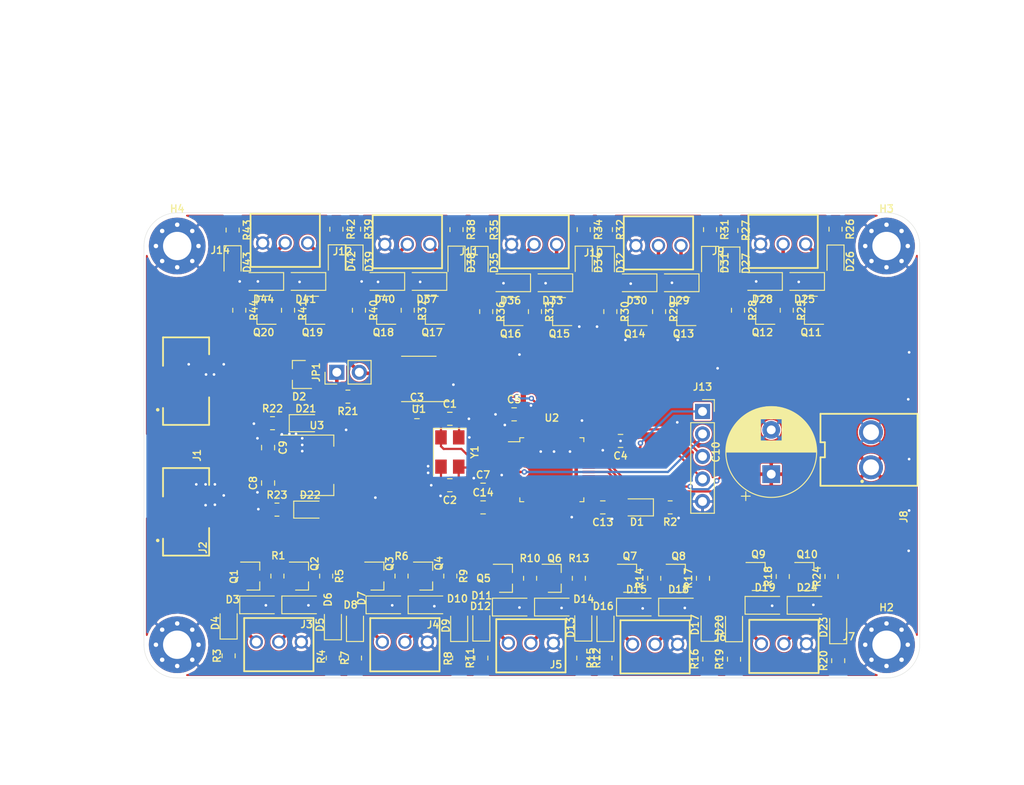
<source format=kicad_pcb>
(kicad_pcb (version 20171130) (host pcbnew "(5.1.6)-1")
  (layers (0 Front signal) (31 Back signal) (34 B.Paste user) (35 F.Paste user) (36 B.SilkS user) (37 F.SilkS user) (38 B.Mask user) (39 F.Mask user) (44 Edge.Cuts user))
  (net 0 "")
  (net 1 "Net-(C1-Pad1)")
  (net 2 GND)
  (net 3 "Net-(C2-Pad1)")
  (net 4 +3V3)
  (net 5 RST)
  (net 6 +5V)
  (net 7 +5VP)
  (net 8 "Net-(D1-Pad1)")
  (net 9 "Net-(D1-Pad2)")
  (net 10 CANL)
  (net 11 CANH)
  (net 12 "Net-(D4-Pad1)")
  (net 13 "Net-(D5-Pad1)")
  (net 14 "Net-(D8-Pad1)")
  (net 15 "Net-(D9-Pad1)")
  (net 16 OUT_P10)
  (net 17 "Net-(D12-Pad1)")
  (net 18 OUT_V10)
  (net 19 "Net-(D13-Pad1)")
  (net 20 OUT_P1)
  (net 21 OUT_P2)
  (net 22 OUT_P3)
  (net 23 OUT_P4)
  (net 24 OUT_P5)
  (net 25 OUT_V1)
  (net 26 "Net-(D21-Pad1)")
  (net 27 "Net-(D22-Pad1)")
  (net 28 "Net-(D23-Pad1)")
  (net 29 "Net-(D26-Pad1)")
  (net 30 OUT_V2)
  (net 31 "Net-(D27-Pad1)")
  (net 32 OUT_V3)
  (net 33 OUT_V4)
  (net 34 "Net-(D31-Pad1)")
  (net 35 OUT_V5)
  (net 36 "Net-(D32-Pad1)")
  (net 37 OUT_P6)
  (net 38 "Net-(D34-Pad1)")
  (net 39 OUT_V6)
  (net 40 OUT_P7)
  (net 41 "Net-(D35-Pad1)")
  (net 42 OUT_V7)
  (net 43 OUT_P8)
  (net 44 OUT_V8)
  (net 45 "Net-(D38-Pad1)")
  (net 46 "Net-(D39-Pad1)")
  (net 47 OUT_P9)
  (net 48 OUT_V9)
  (net 49 SWCLK)
  (net 50 SWDIO)
  (net 51 "Net-(JP1-Pad1)")
  (net 52 P1)
  (net 53 P2)
  (net 54 P3)
  (net 55 P4)
  (net 56 P5)
  (net 57 V1)
  (net 58 V2)
  (net 59 V3)
  (net 60 V4)
  (net 61 V5)
  (net 62 P8)
  (net 63 P7)
  (net 64 P9)
  (net 65 P10)
  (net 66 P6)
  (net 67 V8)
  (net 68 V7)
  (net 69 V9)
  (net 70 V10)
  (net 71 V6)
  (net 72 TXCAN)
  (net 73 RXCAN)
  (net 74 "Net-(D16-Pad1)")
  (net 75 "Net-(D17-Pad1)")
  (net 76 "Net-(D20-Pad1)")
  (net 77 "Net-(D42-Pad1)")
  (net 78 "Net-(D43-Pad1)")
  (module AREA_lib_Connector:690367290476 (layer Front) (at 105.75 93.25 270)
    (fp_text reference J1 (at 8.374 -1.232 90) (layer F.SilkS) (effects (font (size 0.8128 0.8128) (thickness 0.1524))))
    (fp_text value Conn_01x04_Female)
    (pad 4 smd rect (at -1.905 -2.25 270) (size 1.5 3) (layers Front F.Paste F.Mask) (net 2 GND))
    (pad 2 smd rect (at 0.635 -2.25 270) (size 1.5 3) (layers Front F.Paste F.Mask) (net 11 CANH))
    (pad 3 smd rect (at -0.635 2.25 270) (size 1.5 3) (layers Front F.Paste F.Mask) (net 10 CANL))
    (pad 1 smd rect (at 1.905 2.25 270) (size 1.5 3) (layers Front F.Paste F.Mask) (net 6 +5V))
  )
  (module Capacitor_SMD:C_0805_2012Metric_Pad1.18x1.45mm_HandSolder (layer Front) (at 135.5 97.5)
    (fp_text reference C1 (at 0 -1.68) (layer F.SilkS) (effects (font (size 0.8128 0.8128) (thickness 0.1524))))
    (fp_text value 18pF)
    (pad 2 smd roundrect (at 1.0375 0) (size 1.175 1.45) (layers Front F.Paste F.Mask) (roundrect_rratio 0.212766) (net 2 GND))
    (pad 1 smd roundrect (at -1.0375 0) (size 1.175 1.45) (layers Front F.Paste F.Mask) (roundrect_rratio 0.212766) (net 1 "Net-(C1-Pad1)"))
  )
  (module Capacitor_SMD:C_0805_2012Metric_Pad1.18x1.45mm_HandSolder (layer Front) (at 135.5 105 180)
    (fp_text reference C2 (at 0 -1.68) (layer F.SilkS) (effects (font (size 0.8128 0.8128) (thickness 0.1524))))
    (fp_text value 18pF)
    (pad 1 smd roundrect (at -1.0375 0 180) (size 1.175 1.45) (layers Front F.Paste F.Mask) (roundrect_rratio 0.212766) (net 3 "Net-(C2-Pad1)"))
    (pad 2 smd roundrect (at 1.0375 0 180) (size 1.175 1.45) (layers Front F.Paste F.Mask) (roundrect_rratio 0.212766) (net 2 GND))
  )
  (module Capacitor_SMD:C_0805_2012Metric_Pad1.18x1.45mm_HandSolder (layer Front) (at 131.7875 96.75)
    (fp_text reference C3 (at 0 -1.68) (layer F.SilkS) (effects (font (size 0.8128 0.8128) (thickness 0.1524))))
    (fp_text value 100nF)
    (pad 2 smd roundrect (at 1.0375 0) (size 1.175 1.45) (layers Front F.Paste F.Mask) (roundrect_rratio 0.212766) (net 4 +3V3))
    (pad 1 smd roundrect (at -1.0375 0) (size 1.175 1.45) (layers Front F.Paste F.Mask) (roundrect_rratio 0.212766) (net 2 GND))
  )
  (module Capacitor_SMD:C_0805_2012Metric_Pad1.18x1.45mm_HandSolder (layer Front) (at 154.75 100 180)
    (fp_text reference C4 (at 0 -1.68) (layer F.SilkS) (effects (font (size 0.8128 0.8128) (thickness 0.1524))))
    (fp_text value 10µF)
    (pad 1 smd roundrect (at -1.0375 0 180) (size 1.175 1.45) (layers Front F.Paste F.Mask) (roundrect_rratio 0.212766) (net 2 GND))
    (pad 2 smd roundrect (at 1.0375 0 180) (size 1.175 1.45) (layers Front F.Paste F.Mask) (roundrect_rratio 0.212766) (net 4 +3V3))
  )
  (module Capacitor_SMD:C_0805_2012Metric_Pad1.18x1.45mm_HandSolder (layer Front) (at 142.75 97)
    (fp_text reference C5 (at 0 -1.68) (layer F.SilkS) (effects (font (size 0.8128 0.8128) (thickness 0.1524))))
    (fp_text value 100nF)
    (pad 1 smd roundrect (at -1.0375 0) (size 1.175 1.45) (layers Front F.Paste F.Mask) (roundrect_rratio 0.212766) (net 2 GND))
    (pad 2 smd roundrect (at 1.0375 0) (size 1.175 1.45) (layers Front F.Paste F.Mask) (roundrect_rratio 0.212766) (net 4 +3V3))
  )
  (module Capacitor_SMD:C_0805_2012Metric_Pad1.18x1.45mm_HandSolder (layer Front) (at 139.25 105.5)
    (fp_text reference C7 (at 0 -1.68) (layer F.SilkS) (effects (font (size 0.8128 0.8128) (thickness 0.1524))))
    (fp_text value 100nF)
    (pad 2 smd roundrect (at 1.0375 0) (size 1.175 1.45) (layers Front F.Paste F.Mask) (roundrect_rratio 0.212766) (net 4 +3V3))
    (pad 1 smd roundrect (at -1.0375 0) (size 1.175 1.45) (layers Front F.Paste F.Mask) (roundrect_rratio 0.212766) (net 2 GND))
  )
  (module Capacitor_SMD:C_0805_2012Metric_Pad1.18x1.45mm_HandSolder (layer Front) (at 115 104.75 90)
    (fp_text reference C8 (at 0 -1.68 90) (layer F.SilkS) (effects (font (size 0.8128 0.8128) (thickness 0.1524))))
    (fp_text value 10u)
    (pad 2 smd roundrect (at 1.0375 0 90) (size 1.175 1.45) (layers Front F.Paste F.Mask) (roundrect_rratio 0.212766) (net 6 +5V))
    (pad 1 smd roundrect (at -1.0375 0 90) (size 1.175 1.45) (layers Front F.Paste F.Mask) (roundrect_rratio 0.212766) (net 2 GND))
  )
  (module Capacitor_SMD:C_0805_2012Metric_Pad1.18x1.45mm_HandSolder (layer Front) (at 115 100.75 270)
    (fp_text reference C9 (at 0 -1.68 90) (layer F.SilkS) (effects (font (size 0.8128 0.8128) (thickness 0.1524))))
    (fp_text value 10u)
    (pad 1 smd roundrect (at -1.0375 0 270) (size 1.175 1.45) (layers Front F.Paste F.Mask) (roundrect_rratio 0.212766) (net 2 GND))
    (pad 2 smd roundrect (at 1.0375 0 270) (size 1.175 1.45) (layers Front F.Paste F.Mask) (roundrect_rratio 0.212766) (net 4 +3V3))
  )
  (module Capacitor_THT:CP_Radial_D10.0mm_P5.00mm (layer Front) (at 171.75 103.75 90)
    (fp_text reference C10 (at 2.5 -6.25 90) (layer F.SilkS) (effects (font (size 0.8128 0.8128) (thickness 0.1524))))
    (fp_text value 470µF/50V)
    (pad 1 thru_hole rect (at 0 0 90) (size 2 2) (drill 1) (layers *.Cu *.Mask) (net 7 +5VP))
    (pad 2 thru_hole circle (at 5 0 90) (size 2 2) (drill 1) (layers *.Cu *.Mask) (net 2 GND))
  )
  (module Capacitor_SMD:C_0805_2012Metric_Pad1.18x1.45mm_HandSolder (layer Front) (at 152.75 107.5 180)
    (fp_text reference C13 (at 0 -1.68) (layer F.SilkS) (effects (font (size 0.8128 0.8128) (thickness 0.1524))))
    (fp_text value 100nF)
    (pad 1 smd roundrect (at -1.0375 0 180) (size 1.175 1.45) (layers Front F.Paste F.Mask) (roundrect_rratio 0.212766) (net 2 GND))
    (pad 2 smd roundrect (at 1.0375 0 180) (size 1.175 1.45) (layers Front F.Paste F.Mask) (roundrect_rratio 0.212766) (net 4 +3V3))
  )
  (module Capacitor_SMD:C_0805_2012Metric_Pad1.18x1.45mm_HandSolder (layer Front) (at 139.25 107.5)
    (fp_text reference C14 (at 0 -1.68) (layer F.SilkS) (effects (font (size 0.8128 0.8128) (thickness 0.1524))))
    (fp_text value 100nF)
    (pad 1 smd roundrect (at -1.0375 0) (size 1.175 1.45) (layers Front F.Paste F.Mask) (roundrect_rratio 0.212766) (net 2 GND))
    (pad 2 smd roundrect (at 1.0375 0) (size 1.175 1.45) (layers Front F.Paste F.Mask) (roundrect_rratio 0.212766) (net 4 +3V3))
  )
  (module LED_SMD:LED_0805_2012Metric_Pad1.15x1.40mm_HandSolder (layer Front) (at 156.6 107.5 180)
    (fp_text reference D1 (at 0 -1.65) (layer F.SilkS) (effects (font (size 0.8128 0.8128) (thickness 0.1524))))
    (fp_text value LED_DEBUG)
    (pad 1 smd roundrect (at -1.025 0 180) (size 1.15 1.4) (layers Front F.Paste F.Mask) (roundrect_rratio 0.217391) (net 8 "Net-(D1-Pad1)"))
    (pad 2 smd roundrect (at 1.025 0 180) (size 1.15 1.4) (layers Front F.Paste F.Mask) (roundrect_rratio 0.217391) (net 9 "Net-(D1-Pad2)"))
  )
  (module Package_TO_SOT_SMD:SOT-23 (layer Front) (at 118.5 92.5 180)
    (fp_text reference D2 (at 0 -2.5) (layer F.SilkS) (effects (font (size 0.8128 0.8128) (thickness 0.1524))))
    (fp_text value D_TVS_x2_AAC)
    (pad 3 smd rect (at 1 0 180) (size 0.9 0.8) (layers Front F.Paste F.Mask) (net 2 GND))
    (pad 2 smd rect (at -1 0.95 180) (size 0.9 0.8) (layers Front F.Paste F.Mask) (net 10 CANL))
    (pad 1 smd rect (at -1 -0.95 180) (size 0.9 0.8) (layers Front F.Paste F.Mask) (net 11 CANH))
  )
  (module Diode_SMD:D_SOD-123 (layer Front) (at 114.05 118.5)
    (fp_text reference D3 (at -3.05 -0.6) (layer F.SilkS) (effects (font (size 0.8128 0.8128) (thickness 0.1524))))
    (fp_text value D)
    (pad 2 smd rect (at 1.65 0) (size 0.9 1.2) (layers Front F.Paste F.Mask) (net 2 GND))
    (pad 1 smd rect (at -1.65 0) (size 0.9 1.2) (layers Front F.Paste F.Mask) (net 20 OUT_P1))
  )
  (module LED_SMD:LED_0805_2012Metric_Pad1.15x1.40mm_HandSolder (layer Front) (at 110.55 120.5 90)
    (fp_text reference D4 (at -0.05 -1.5 90) (layer F.SilkS) (effects (font (size 0.8128 0.8128) (thickness 0.1524))))
    (fp_text value LED_DEBUG)
    (pad 1 smd roundrect (at -1.025 0 90) (size 1.15 1.4) (layers Front F.Paste F.Mask) (roundrect_rratio 0.217391) (net 12 "Net-(D4-Pad1)"))
    (pad 2 smd roundrect (at 1.025 0 90) (size 1.15 1.4) (layers Front F.Paste F.Mask) (roundrect_rratio 0.217391) (net 20 OUT_P1))
  )
  (module LED_SMD:LED_0805_2012Metric_Pad1.15x1.40mm_HandSolder (layer Front) (at 122.310001 120.579999 90)
    (fp_text reference D5 (at -0.170001 -1.460001 90) (layer F.SilkS) (effects (font (size 0.8128 0.8128) (thickness 0.1524))))
    (fp_text value LED_DEBUG)
    (pad 1 smd roundrect (at -1.025 0 90) (size 1.15 1.4) (layers Front F.Paste F.Mask) (roundrect_rratio 0.217391) (net 13 "Net-(D5-Pad1)"))
    (pad 2 smd roundrect (at 1.025 0 90) (size 1.15 1.4) (layers Front F.Paste F.Mask) (roundrect_rratio 0.217391) (net 25 OUT_V1))
  )
  (module Diode_SMD:D_SOD-123 (layer Front) (at 118.8 118.5)
    (fp_text reference D6 (at 2.95 -0.6 270) (layer F.SilkS) (effects (font (size 0.8128 0.8128) (thickness 0.1524))))
    (fp_text value D)
    (pad 2 smd rect (at 1.65 0) (size 0.9 1.2) (layers Front F.Paste F.Mask) (net 2 GND))
    (pad 1 smd rect (at -1.65 0) (size 0.9 1.2) (layers Front F.Paste F.Mask) (net 25 OUT_V1))
  )
  (module Diode_SMD:D_SOD-123 (layer Front) (at 128.3 118.5)
    (fp_text reference D7 (at -2.75 -0.75 90) (layer F.SilkS) (effects (font (size 0.8128 0.8128) (thickness 0.1524))))
    (fp_text value D)
    (pad 2 smd rect (at 1.65 0) (size 0.9 1.2) (layers Front F.Paste F.Mask) (net 2 GND))
    (pad 1 smd rect (at -1.65 0) (size 0.9 1.2) (layers Front F.Paste F.Mask) (net 21 OUT_P2))
  )
  (module LED_SMD:LED_0805_2012Metric_Pad1.15x1.40mm_HandSolder (layer Front) (at 124.8 120.775 90)
    (fp_text reference D8 (at 2.275 -0.5 180) (layer F.SilkS) (effects (font (size 0.8128 0.8128) (thickness 0.1524))))
    (fp_text value LED_DEBUG)
    (pad 1 smd roundrect (at -1.025 0 90) (size 1.15 1.4) (layers Front F.Paste F.Mask) (roundrect_rratio 0.217391) (net 14 "Net-(D8-Pad1)"))
    (pad 2 smd roundrect (at 1.025 0 90) (size 1.15 1.4) (layers Front F.Paste F.Mask) (roundrect_rratio 0.217391) (net 21 OUT_P2))
  )
  (module LED_SMD:LED_0805_2012Metric_Pad1.15x1.40mm_HandSolder (layer Front) (at 136.55 120.775 90)
    (fp_text reference D9 (at -0.075 -1.5 90) (layer F.SilkS) (effects (font (size 0.8128 0.8128) (thickness 0.1524))))
    (fp_text value LED_DEBUG)
    (pad 2 smd roundrect (at 1.025 0 90) (size 1.15 1.4) (layers Front F.Paste F.Mask) (roundrect_rratio 0.217391) (net 30 OUT_V2))
    (pad 1 smd roundrect (at -1.025 0 90) (size 1.15 1.4) (layers Front F.Paste F.Mask) (roundrect_rratio 0.217391) (net 15 "Net-(D9-Pad1)"))
  )
  (module Diode_SMD:D_SOD-123 (layer Front) (at 133.05 118.5)
    (fp_text reference D10 (at 3.3 -0.7) (layer F.SilkS) (effects (font (size 0.8128 0.8128) (thickness 0.1524))))
    (fp_text value D)
    (pad 1 smd rect (at -1.65 0) (size 0.9 1.2) (layers Front F.Paste F.Mask) (net 30 OUT_V2))
    (pad 2 smd rect (at 1.65 0) (size 0.9 1.2) (layers Front F.Paste F.Mask) (net 2 GND))
  )
  (module Diode_SMD:D_SOD-123 (layer Front) (at 142.55 118.75)
    (fp_text reference D11 (at -3.45 -1.3) (layer F.SilkS) (effects (font (size 0.8128 0.8128) (thickness 0.1524))))
    (fp_text value D)
    (pad 2 smd rect (at 1.65 0) (size 0.9 1.2) (layers Front F.Paste F.Mask) (net 2 GND))
    (pad 1 smd rect (at -1.65 0) (size 0.9 1.2) (layers Front F.Paste F.Mask) (net 22 OUT_P3))
  )
  (module LED_SMD:LED_0805_2012Metric_Pad1.15x1.40mm_HandSolder (layer Front) (at 139.05 120.725 90)
    (fp_text reference D12 (at 2.075 -0.1 180) (layer F.SilkS) (effects (font (size 0.8128 0.8128) (thickness 0.1524))))
    (fp_text value LED_DEBUG)
    (pad 1 smd roundrect (at -1.025 0 90) (size 1.15 1.4) (layers Front F.Paste F.Mask) (roundrect_rratio 0.217391) (net 17 "Net-(D12-Pad1)"))
    (pad 2 smd roundrect (at 1.025 0 90) (size 1.15 1.4) (layers Front F.Paste F.Mask) (roundrect_rratio 0.217391) (net 22 OUT_P3))
  )
  (module LED_SMD:LED_0805_2012Metric_Pad1.15x1.40mm_HandSolder (layer Front) (at 150.55 120.725 90)
    (fp_text reference D13 (at -0.325 -1.45 90) (layer F.SilkS) (effects (font (size 0.8128 0.8128) (thickness 0.1524))))
    (fp_text value LED_DEBUG)
    (pad 2 smd roundrect (at 1.025 0 90) (size 1.15 1.4) (layers Front F.Paste F.Mask) (roundrect_rratio 0.217391) (net 32 OUT_V3))
    (pad 1 smd roundrect (at -1.025 0 90) (size 1.15 1.4) (layers Front F.Paste F.Mask) (roundrect_rratio 0.217391) (net 19 "Net-(D13-Pad1)"))
  )
  (module Diode_SMD:D_SOD-123 (layer Front) (at 147.3 118.75)
    (fp_text reference D14 (at 3.3 -0.9) (layer F.SilkS) (effects (font (size 0.8128 0.8128) (thickness 0.1524))))
    (fp_text value D)
    (pad 1 smd rect (at -1.65 0) (size 0.9 1.2) (layers Front F.Paste F.Mask) (net 32 OUT_V3))
    (pad 2 smd rect (at 1.65 0) (size 0.9 1.2) (layers Front F.Paste F.Mask) (net 2 GND))
  )
  (module Diode_SMD:D_SOD-123 (layer Front) (at 156.55 118.75)
    (fp_text reference D15 (at 0 -2) (layer F.SilkS) (effects (font (size 0.8128 0.8128) (thickness 0.1524))))
    (fp_text value D)
    (pad 2 smd rect (at 1.65 0) (size 0.9 1.2) (layers Front F.Paste F.Mask) (net 2 GND))
    (pad 1 smd rect (at -1.65 0) (size 0.9 1.2) (layers Front F.Paste F.Mask) (net 23 OUT_P4))
  )
  (module LED_SMD:LED_0805_2012Metric_Pad1.15x1.40mm_HandSolder (layer Front) (at 153.05 120.775 90)
    (fp_text reference D16 (at 2.125 -0.25 180) (layer F.SilkS) (effects (font (size 0.8128 0.8128) (thickness 0.1524))))
    (fp_text value LED_DEBUG)
    (pad 2 smd roundrect (at 1.025 0 90) (size 1.15 1.4) (layers Front F.Paste F.Mask) (roundrect_rratio 0.217391) (net 23 OUT_P4))
    (pad 1 smd roundrect (at -1.025 0 90) (size 1.15 1.4) (layers Front F.Paste F.Mask) (roundrect_rratio 0.217391) (net 74 "Net-(D16-Pad1)"))
  )
  (module LED_SMD:LED_0805_2012Metric_Pad1.15x1.40mm_HandSolder (layer Front) (at 164.8 120.75 90)
    (fp_text reference D17 (at 0 -1.65 90) (layer F.SilkS) (effects (font (size 0.8128 0.8128) (thickness 0.1524))))
    (fp_text value LED_DEBUG)
    (pad 2 smd roundrect (at 1.025 0 90) (size 1.15 1.4) (layers Front F.Paste F.Mask) (roundrect_rratio 0.217391) (net 33 OUT_V4))
    (pad 1 smd roundrect (at -1.025 0 90) (size 1.15 1.4) (layers Front F.Paste F.Mask) (roundrect_rratio 0.217391) (net 75 "Net-(D17-Pad1)"))
  )
  (module Diode_SMD:D_SOD-123 (layer Front) (at 161.3 118.75)
    (fp_text reference D18 (at 0 -2) (layer F.SilkS) (effects (font (size 0.8128 0.8128) (thickness 0.1524))))
    (fp_text value D)
    (pad 2 smd rect (at 1.65 0) (size 0.9 1.2) (layers Front F.Paste F.Mask) (net 2 GND))
    (pad 1 smd rect (at -1.65 0) (size 0.9 1.2) (layers Front F.Paste F.Mask) (net 33 OUT_V4))
  )
  (module Diode_SMD:D_SOD-123 (layer Front) (at 171.05 118.55)
    (fp_text reference D19 (at 0 -2) (layer F.SilkS) (effects (font (size 0.8128 0.8128) (thickness 0.1524))))
    (fp_text value D)
    (pad 2 smd rect (at 1.65 0) (size 0.9 1.2) (layers Front F.Paste F.Mask) (net 2 GND))
    (pad 1 smd rect (at -1.65 0) (size 0.9 1.2) (layers Front F.Paste F.Mask) (net 24 OUT_P5))
  )
  (module LED_SMD:LED_0805_2012Metric_Pad1.15x1.40mm_HandSolder (layer Front) (at 167.55 120.8 90)
    (fp_text reference D20 (at 0 -1.65 90) (layer F.SilkS) (effects (font (size 0.8128 0.8128) (thickness 0.1524))))
    (fp_text value LED_DEBUG)
    (pad 1 smd roundrect (at -1.025 0 90) (size 1.15 1.4) (layers Front F.Paste F.Mask) (roundrect_rratio 0.217391) (net 76 "Net-(D20-Pad1)"))
    (pad 2 smd roundrect (at 1.025 0 90) (size 1.15 1.4) (layers Front F.Paste F.Mask) (roundrect_rratio 0.217391) (net 24 OUT_P5))
  )
  (module LED_SMD:LED_0805_2012Metric_Pad1.15x1.40mm_HandSolder (layer Front) (at 119.25 98)
    (fp_text reference D21 (at 0 -1.65) (layer F.SilkS) (effects (font (size 0.8128 0.8128) (thickness 0.1524))))
    (fp_text value LED_DEBUG)
    (pad 2 smd roundrect (at 1.025 0) (size 1.15 1.4) (layers Front F.Paste F.Mask) (roundrect_rratio 0.217391) (net 4 +3V3))
    (pad 1 smd roundrect (at -1.025 0) (size 1.15 1.4) (layers Front F.Paste F.Mask) (roundrect_rratio 0.217391) (net 26 "Net-(D21-Pad1)"))
  )
  (module LED_SMD:LED_0805_2012Metric_Pad1.15x1.40mm_HandSolder (layer Front) (at 119.75 107.75)
    (fp_text reference D22 (at 0 -1.65) (layer F.SilkS) (effects (font (size 0.8128 0.8128) (thickness 0.1524))))
    (fp_text value LED_DEBUG)
    (pad 1 smd roundrect (at -1.025 0) (size 1.15 1.4) (layers Front F.Paste F.Mask) (roundrect_rratio 0.217391) (net 27 "Net-(D22-Pad1)"))
    (pad 2 smd roundrect (at 1.025 0) (size 1.15 1.4) (layers Front F.Paste F.Mask) (roundrect_rratio 0.217391) (net 6 +5V))
  )
  (module LED_SMD:LED_0805_2012Metric_Pad1.15x1.40mm_HandSolder (layer Front) (at 179.3 121.025 90)
    (fp_text reference D23 (at 0 -1.65 90) (layer F.SilkS) (effects (font (size 0.8128 0.8128) (thickness 0.1524))))
    (fp_text value LED_DEBUG)
    (pad 2 smd roundrect (at 1.025 0 90) (size 1.15 1.4) (layers Front F.Paste F.Mask) (roundrect_rratio 0.217391) (net 35 OUT_V5))
    (pad 1 smd roundrect (at -1.025 0 90) (size 1.15 1.4) (layers Front F.Paste F.Mask) (roundrect_rratio 0.217391) (net 28 "Net-(D23-Pad1)"))
  )
  (module Diode_SMD:D_SOD-123 (layer Front) (at 175.8 118.55)
    (fp_text reference D24 (at 0 -2) (layer F.SilkS) (effects (font (size 0.8128 0.8128) (thickness 0.1524))))
    (fp_text value D)
    (pad 1 smd rect (at -1.65 0) (size 0.9 1.2) (layers Front F.Paste F.Mask) (net 35 OUT_V5))
    (pad 2 smd rect (at 1.65 0) (size 0.9 1.2) (layers Front F.Paste F.Mask) (net 2 GND))
  )
  (module Diode_SMD:D_SOD-123 (layer Front) (at 175.5 82 180)
    (fp_text reference D25 (at 0 -2) (layer F.SilkS) (effects (font (size 0.8128 0.8128) (thickness 0.1524))))
    (fp_text value D)
    (pad 1 smd rect (at -1.65 0 180) (size 0.9 1.2) (layers Front F.Paste F.Mask) (net 37 OUT_P6))
    (pad 2 smd rect (at 1.65 0 180) (size 0.9 1.2) (layers Front F.Paste F.Mask) (net 2 GND))
  )
  (module LED_SMD:LED_0805_2012Metric_Pad1.15x1.40mm_HandSolder (layer Front) (at 179 79.75 270)
    (fp_text reference D26 (at 0 -1.65 90) (layer F.SilkS) (effects (font (size 0.8128 0.8128) (thickness 0.1524))))
    (fp_text value LED_DEBUG)
    (pad 1 smd roundrect (at -1.025 0 270) (size 1.15 1.4) (layers Front F.Paste F.Mask) (roundrect_rratio 0.217391) (net 29 "Net-(D26-Pad1)"))
    (pad 2 smd roundrect (at 1.025 0 270) (size 1.15 1.4) (layers Front F.Paste F.Mask) (roundrect_rratio 0.217391) (net 37 OUT_P6))
  )
  (module LED_SMD:LED_0805_2012Metric_Pad1.15x1.40mm_HandSolder (layer Front) (at 167.25 79.975 270)
    (fp_text reference D27 (at 0 -1.65 90) (layer F.SilkS) (effects (font (size 0.8128 0.8128) (thickness 0.1524))))
    (fp_text value LED_DEBUG)
    (pad 2 smd roundrect (at 1.025 0 270) (size 1.15 1.4) (layers Front F.Paste F.Mask) (roundrect_rratio 0.217391) (net 39 OUT_V6))
    (pad 1 smd roundrect (at -1.025 0 270) (size 1.15 1.4) (layers Front F.Paste F.Mask) (roundrect_rratio 0.217391) (net 31 "Net-(D27-Pad1)"))
  )
  (module Diode_SMD:D_SOD-123 (layer Front) (at 170.75 82 180)
    (fp_text reference D28 (at 0 -2) (layer F.SilkS) (effects (font (size 0.8128 0.8128) (thickness 0.1524))))
    (fp_text value D)
    (pad 1 smd rect (at -1.65 0 180) (size 0.9 1.2) (layers Front F.Paste F.Mask) (net 39 OUT_V6))
    (pad 2 smd rect (at 1.65 0 180) (size 0.9 1.2) (layers Front F.Paste F.Mask) (net 2 GND))
  )
  (module Diode_SMD:D_SOD-123 (layer Front) (at 161.35 82.15 180)
    (fp_text reference D29 (at 0 -2) (layer F.SilkS) (effects (font (size 0.8128 0.8128) (thickness 0.1524))))
    (fp_text value D)
    (pad 1 smd rect (at -1.65 0 180) (size 0.9 1.2) (layers Front F.Paste F.Mask) (net 40 OUT_P7))
    (pad 2 smd rect (at 1.65 0 180) (size 0.9 1.2) (layers Front F.Paste F.Mask) (net 2 GND))
  )
  (module Diode_SMD:D_SOD-123 (layer Front) (at 156.6 82.15 180)
    (fp_text reference D30 (at 0 -2) (layer F.SilkS) (effects (font (size 0.8128 0.8128) (thickness 0.1524))))
    (fp_text value D)
    (pad 1 smd rect (at -1.65 0 180) (size 0.9 1.2) (layers Front F.Paste F.Mask) (net 42 OUT_V7))
    (pad 2 smd rect (at 1.65 0 180) (size 0.9 1.2) (layers Front F.Paste F.Mask) (net 2 GND))
  )
  (module LED_SMD:LED_0805_2012Metric_Pad1.15x1.40mm_HandSolder (layer Front) (at 164.85 79.9 270)
    (fp_text reference D31 (at 0 -1.65 90) (layer F.SilkS) (effects (font (size 0.8128 0.8128) (thickness 0.1524))))
    (fp_text value LED_DEBUG)
    (pad 1 smd roundrect (at -1.025 0 270) (size 1.15 1.4) (layers Front F.Paste F.Mask) (roundrect_rratio 0.217391) (net 34 "Net-(D31-Pad1)"))
    (pad 2 smd roundrect (at 1.025 0 270) (size 1.15 1.4) (layers Front F.Paste F.Mask) (roundrect_rratio 0.217391) (net 40 OUT_P7))
  )
  (module LED_SMD:LED_0805_2012Metric_Pad1.15x1.40mm_HandSolder (layer Front) (at 153.1 79.9 270)
    (fp_text reference D32 (at 0 -1.65 90) (layer F.SilkS) (effects (font (size 0.8128 0.8128) (thickness 0.1524))))
    (fp_text value LED_DEBUG)
    (pad 2 smd roundrect (at 1.025 0 270) (size 1.15 1.4) (layers Front F.Paste F.Mask) (roundrect_rratio 0.217391) (net 42 OUT_V7))
    (pad 1 smd roundrect (at -1.025 0 270) (size 1.15 1.4) (layers Front F.Paste F.Mask) (roundrect_rratio 0.217391) (net 36 "Net-(D32-Pad1)"))
  )
  (module Diode_SMD:D_SOD-123 (layer Front) (at 147.1 82.15 180)
    (fp_text reference D33 (at 0 -2) (layer F.SilkS) (effects (font (size 0.8128 0.8128) (thickness 0.1524))))
    (fp_text value D)
    (pad 1 smd rect (at -1.65 0 180) (size 0.9 1.2) (layers Front F.Paste F.Mask) (net 43 OUT_P8))
    (pad 2 smd rect (at 1.65 0 180) (size 0.9 1.2) (layers Front F.Paste F.Mask) (net 2 GND))
  )
  (module LED_SMD:LED_0805_2012Metric_Pad1.15x1.40mm_HandSolder (layer Front) (at 150.6 79.875 270)
    (fp_text reference D34 (at 0 -1.65 90) (layer F.SilkS) (effects (font (size 0.8128 0.8128) (thickness 0.1524))))
    (fp_text value LED_DEBUG)
    (pad 2 smd roundrect (at 1.025 0 270) (size 1.15 1.4) (layers Front F.Paste F.Mask) (roundrect_rratio 0.217391) (net 43 OUT_P8))
    (pad 1 smd roundrect (at -1.025 0 270) (size 1.15 1.4) (layers Front F.Paste F.Mask) (roundrect_rratio 0.217391) (net 38 "Net-(D34-Pad1)"))
  )
  (module LED_SMD:LED_0805_2012Metric_Pad1.15x1.40mm_HandSolder (layer Front) (at 138.85 79.9 270)
    (fp_text reference D35 (at 0 -1.65 90) (layer F.SilkS) (effects (font (size 0.8128 0.8128) (thickness 0.1524))))
    (fp_text value LED_DEBUG)
    (pad 1 smd roundrect (at -1.025 0 270) (size 1.15 1.4) (layers Front F.Paste F.Mask) (roundrect_rratio 0.217391) (net 41 "Net-(D35-Pad1)"))
    (pad 2 smd roundrect (at 1.025 0 270) (size 1.15 1.4) (layers Front F.Paste F.Mask) (roundrect_rratio 0.217391) (net 44 OUT_V8))
  )
  (module Diode_SMD:D_SOD-123 (layer Front) (at 142.35 82.15 180)
    (fp_text reference D36 (at 0 -2) (layer F.SilkS) (effects (font (size 0.8128 0.8128) (thickness 0.1524))))
    (fp_text value D)
    (pad 2 smd rect (at 1.65 0 180) (size 0.9 1.2) (layers Front F.Paste F.Mask) (net 2 GND))
    (pad 1 smd rect (at -1.65 0 180) (size 0.9 1.2) (layers Front F.Paste F.Mask) (net 44 OUT_V8))
  )
  (module Diode_SMD:D_SOD-123 (layer Front) (at 132.9 82 180)
    (fp_text reference D37 (at 0 -2) (layer F.SilkS) (effects (font (size 0.8128 0.8128) (thickness 0.1524))))
    (fp_text value D)
    (pad 2 smd rect (at 1.65 0 180) (size 0.9 1.2) (layers Front F.Paste F.Mask) (net 2 GND))
    (pad 1 smd rect (at -1.65 0 180) (size 0.9 1.2) (layers Front F.Paste F.Mask) (net 47 OUT_P9))
  )
  (module LED_SMD:LED_0805_2012Metric_Pad1.15x1.40mm_HandSolder (layer Front) (at 136.25 79.875 270)
    (fp_text reference D38 (at 0 -1.65 90) (layer F.SilkS) (effects (font (size 0.8128 0.8128) (thickness 0.1524))))
    (fp_text value LED_DEBUG)
    (pad 2 smd roundrect (at 1.025 0 270) (size 1.15 1.4) (layers Front F.Paste F.Mask) (roundrect_rratio 0.217391) (net 47 OUT_P9))
    (pad 1 smd roundrect (at -1.025 0 270) (size 1.15 1.4) (layers Front F.Paste F.Mask) (roundrect_rratio 0.217391) (net 45 "Net-(D38-Pad1)"))
  )
  (module LED_SMD:LED_0805_2012Metric_Pad1.15x1.40mm_HandSolder (layer Front) (at 124.75 79.75 270)
    (fp_text reference D39 (at 0 -1.65 90) (layer F.SilkS) (effects (font (size 0.8128 0.8128) (thickness 0.1524))))
    (fp_text value LED_DEBUG)
    (pad 1 smd roundrect (at -1.025 0 270) (size 1.15 1.4) (layers Front F.Paste F.Mask) (roundrect_rratio 0.217391) (net 46 "Net-(D39-Pad1)"))
    (pad 2 smd roundrect (at 1.025 0 270) (size 1.15 1.4) (layers Front F.Paste F.Mask) (roundrect_rratio 0.217391) (net 48 OUT_V9))
  )
  (module Diode_SMD:D_SOD-123 (layer Front) (at 128.15 82 180)
    (fp_text reference D40 (at 0 -2) (layer F.SilkS) (effects (font (size 0.8128 0.8128) (thickness 0.1524))))
    (fp_text value D)
    (pad 2 smd rect (at 1.65 0 180) (size 0.9 1.2) (layers Front F.Paste F.Mask) (net 2 GND))
    (pad 1 smd rect (at -1.65 0 180) (size 0.9 1.2) (layers Front F.Paste F.Mask) (net 48 OUT_V9))
  )
  (module Diode_SMD:D_SOD-123 (layer Front) (at 119.25 82 180)
    (fp_text reference D41 (at 0 -2) (layer F.SilkS) (effects (font (size 0.8128 0.8128) (thickness 0.1524))))
    (fp_text value D)
    (pad 2 smd rect (at 1.65 0 180) (size 0.9 1.2) (layers Front F.Paste F.Mask) (net 2 GND))
    (pad 1 smd rect (at -1.65 0 180) (size 0.9 1.2) (layers Front F.Paste F.Mask) (net 16 OUT_P10))
  )
  (module LED_SMD:LED_0805_2012Metric_Pad1.15x1.40mm_HandSolder (layer Front) (at 122.75 79.725 270)
    (fp_text reference D42 (at 0 -1.65 90) (layer F.SilkS) (effects (font (size 0.8128 0.8128) (thickness 0.1524))))
    (fp_text value LED_DEBUG)
    (pad 2 smd roundrect (at 1.025 0 270) (size 1.15 1.4) (layers Front F.Paste F.Mask) (roundrect_rratio 0.217391) (net 16 OUT_P10))
    (pad 1 smd roundrect (at -1.025 0 270) (size 1.15 1.4) (layers Front F.Paste F.Mask) (roundrect_rratio 0.217391) (net 77 "Net-(D42-Pad1)"))
  )
  (module LED_SMD:LED_0805_2012Metric_Pad1.15x1.40mm_HandSolder (layer Front) (at 110.989999 79.830001 270)
    (fp_text reference D43 (at 0 -1.65 90) (layer F.SilkS) (effects (font (size 0.8128 0.8128) (thickness 0.1524))))
    (fp_text value LED_DEBUG)
    (pad 1 smd roundrect (at -1.025 0 270) (size 1.15 1.4) (layers Front F.Paste F.Mask) (roundrect_rratio 0.217391) (net 78 "Net-(D43-Pad1)"))
    (pad 2 smd roundrect (at 1.025 0 270) (size 1.15 1.4) (layers Front F.Paste F.Mask) (roundrect_rratio 0.217391) (net 18 OUT_V10))
  )
  (module Diode_SMD:D_SOD-123 (layer Front) (at 114.5 82 180)
    (fp_text reference D44 (at 0 -2) (layer F.SilkS) (effects (font (size 0.8128 0.8128) (thickness 0.1524))))
    (fp_text value D)
    (pad 1 smd rect (at -1.65 0 180) (size 0.9 1.2) (layers Front F.Paste F.Mask) (net 18 OUT_V10))
    (pad 2 smd rect (at 1.65 0 180) (size 0.9 1.2) (layers Front F.Paste F.Mask) (net 2 GND))
  )
  (module MountingHole:MountingHole_3.2mm_M3_Pad_Via (layer Front) (at 104.75 123)
    (fp_text reference H1 hide)
    (fp_text value MountingHole_Pad)
    (pad 1 thru_hole circle (at 1.697056 -1.697056) (size 0.8 0.8) (drill 0.5) (layers *.Cu *.Mask) (net 2 GND))
    (pad 1 thru_hole circle (at 0 -2.4) (size 0.8 0.8) (drill 0.5) (layers *.Cu *.Mask) (net 2 GND))
    (pad 1 thru_hole circle (at -1.697056 -1.697056) (size 0.8 0.8) (drill 0.5) (layers *.Cu *.Mask) (net 2 GND))
    (pad 1 thru_hole circle (at -2.4 0) (size 0.8 0.8) (drill 0.5) (layers *.Cu *.Mask) (net 2 GND))
    (pad 1 thru_hole circle (at -1.697056 1.697056) (size 0.8 0.8) (drill 0.5) (layers *.Cu *.Mask) (net 2 GND))
    (pad 1 thru_hole circle (at 0 2.4) (size 0.8 0.8) (drill 0.5) (layers *.Cu *.Mask) (net 2 GND))
    (pad 1 thru_hole circle (at 1.697056 1.697056) (size 0.8 0.8) (drill 0.5) (layers *.Cu *.Mask) (net 2 GND))
    (pad 1 thru_hole circle (at 2.4 0) (size 0.8 0.8) (drill 0.5) (layers *.Cu *.Mask) (net 2 GND))
    (pad 1 thru_hole circle (at 0 0) (size 6.4 6.4) (drill 3.2) (layers *.Cu *.Mask) (net 2 GND))
  )
  (module MountingHole:MountingHole_3.2mm_M3_Pad_Via (layer Front) (at 184.75 123)
    (fp_text reference H2 (at 0 -4.2) (layer F.SilkS) (effects (font (size 0.8128 0.8128) (thickness 0.1524))))
    (fp_text value MountingHole_Pad)
    (pad 1 thru_hole circle (at 0 0) (size 6.4 6.4) (drill 3.2) (layers *.Cu *.Mask) (net 2 GND))
    (pad 1 thru_hole circle (at 2.4 0) (size 0.8 0.8) (drill 0.5) (layers *.Cu *.Mask) (net 2 GND))
    (pad 1 thru_hole circle (at 1.697056 1.697056) (size 0.8 0.8) (drill 0.5) (layers *.Cu *.Mask) (net 2 GND))
    (pad 1 thru_hole circle (at 0 2.4) (size 0.8 0.8) (drill 0.5) (layers *.Cu *.Mask) (net 2 GND))
    (pad 1 thru_hole circle (at -1.697056 1.697056) (size 0.8 0.8) (drill 0.5) (layers *.Cu *.Mask) (net 2 GND))
    (pad 1 thru_hole circle (at -2.4 0) (size 0.8 0.8) (drill 0.5) (layers *.Cu *.Mask) (net 2 GND))
    (pad 1 thru_hole circle (at -1.697056 -1.697056) (size 0.8 0.8) (drill 0.5) (layers *.Cu *.Mask) (net 2 GND))
    (pad 1 thru_hole circle (at 0 -2.4) (size 0.8 0.8) (drill 0.5) (layers *.Cu *.Mask) (net 2 GND))
    (pad 1 thru_hole circle (at 1.697056 -1.697056) (size 0.8 0.8) (drill 0.5) (layers *.Cu *.Mask) (net 2 GND))
  )
  (module MountingHole:MountingHole_3.2mm_M3_Pad_Via (layer Front) (at 184.75 78)
    (fp_text reference H3 (at 0 -4.2) (layer F.SilkS) (effects (font (size 0.8128 0.8128) (thickness 0.1524))))
    (fp_text value MountingHole_Pad)
    (pad 1 thru_hole circle (at 1.697056 -1.697056) (size 0.8 0.8) (drill 0.5) (layers *.Cu *.Mask) (net 2 GND))
    (pad 1 thru_hole circle (at 0 -2.4) (size 0.8 0.8) (drill 0.5) (layers *.Cu *.Mask) (net 2 GND))
    (pad 1 thru_hole circle (at -1.697056 -1.697056) (size 0.8 0.8) (drill 0.5) (layers *.Cu *.Mask) (net 2 GND))
    (pad 1 thru_hole circle (at -2.4 0) (size 0.8 0.8) (drill 0.5) (layers *.Cu *.Mask) (net 2 GND))
    (pad 1 thru_hole circle (at -1.697056 1.697056) (size 0.8 0.8) (drill 0.5) (layers *.Cu *.Mask) (net 2 GND))
    (pad 1 thru_hole circle (at 0 2.4) (size 0.8 0.8) (drill 0.5) (layers *.Cu *.Mask) (net 2 GND))
    (pad 1 thru_hole circle (at 1.697056 1.697056) (size 0.8 0.8) (drill 0.5) (layers *.Cu *.Mask) (net 2 GND))
    (pad 1 thru_hole circle (at 2.4 0) (size 0.8 0.8) (drill 0.5) (layers *.Cu *.Mask) (net 2 GND))
    (pad 1 thru_hole circle (at 0 0) (size 6.4 6.4) (drill 3.2) (layers *.Cu *.Mask) (net 2 GND))
  )
  (module MountingHole:MountingHole_3.2mm_M3_Pad_Via (layer Front) (at 104.75 78)
    (fp_text reference H4 (at 0 -4.2) (layer F.SilkS) (effects (font (size 0.8128 0.8128) (thickness 0.1524))))
    (fp_text value MountingHole_Pad)
    (pad 1 thru_hole circle (at 0 0) (size 6.4 6.4) (drill 3.2) (layers *.Cu *.Mask) (net 2 GND))
    (pad 1 thru_hole circle (at 2.4 0) (size 0.8 0.8) (drill 0.5) (layers *.Cu *.Mask) (net 2 GND))
    (pad 1 thru_hole circle (at 1.697056 1.697056) (size 0.8 0.8) (drill 0.5) (layers *.Cu *.Mask) (net 2 GND))
    (pad 1 thru_hole circle (at 0 2.4) (size 0.8 0.8) (drill 0.5) (layers *.Cu *.Mask) (net 2 GND))
    (pad 1 thru_hole circle (at -1.697056 1.697056) (size 0.8 0.8) (drill 0.5) (layers *.Cu *.Mask) (net 2 GND))
    (pad 1 thru_hole circle (at -2.4 0) (size 0.8 0.8) (drill 0.5) (layers *.Cu *.Mask) (net 2 GND))
    (pad 1 thru_hole circle (at -1.697056 -1.697056) (size 0.8 0.8) (drill 0.5) (layers *.Cu *.Mask) (net 2 GND))
    (pad 1 thru_hole circle (at 0 -2.4) (size 0.8 0.8) (drill 0.5) (layers *.Cu *.Mask) (net 2 GND))
    (pad 1 thru_hole circle (at 1.697056 -1.697056) (size 0.8 0.8) (drill 0.5) (layers *.Cu *.Mask) (net 2 GND))
  )
  (module AREA_lib_Connector:690367290476 (layer Front) (at 105.75 108 270)
    (fp_text reference J2 (at 4.05 -1.9 90) (layer F.SilkS) (effects (font (size 0.8128 0.8128) (thickness 0.1524))))
    (fp_text value Conn_01x04_Female)
    (pad 1 smd rect (at 1.905 2.25 270) (size 1.5 3) (layers Front F.Paste F.Mask) (net 6 +5V))
    (pad 3 smd rect (at -0.635 2.25 270) (size 1.5 3) (layers Front F.Paste F.Mask) (net 10 CANL))
    (pad 2 smd rect (at 0.635 -2.25 270) (size 1.5 3) (layers Front F.Paste F.Mask) (net 11 CANH))
    (pad 4 smd rect (at -1.905 -2.25 270) (size 1.5 3) (layers Front F.Paste F.Mask) (net 2 GND))
  )
  (module AREA_lib_Connector:Wuerth_2.54mm_3pins_61900311121 (layer Front) (at 116.210001 122.990001)
    (fp_text reference J3 (at 3.139999 -2.290001) (layer F.SilkS) (effects (font (size 0.8128 0.8128) (thickness 0.1524))))
    (fp_text value Conn_01x03_Female)
    (pad 1 thru_hole circle (at 2.54 -0.3) (size 1.508 1.508) (drill 1) (layers *.Cu *.Mask) (net 2 GND))
    (pad 2 thru_hole circle (at 0 -0.3) (size 1.508 1.508) (drill 1) (layers *.Cu *.Mask) (net 25 OUT_V1))
    (pad 3 thru_hole circle (at -2.54 -0.3) (size 1.508 1.508) (drill 1) (layers *.Cu *.Mask) (net 20 OUT_P1))
  )
  (module AREA_lib_Connector:Wuerth_2.54mm_3pins_61900311121 (layer Front) (at 130.430001 123.000001)
    (fp_text reference J4 (at 3.169999 -2.250001) (layer F.SilkS) (effects (font (size 0.8128 0.8128) (thickness 0.1524))))
    (fp_text value Conn_01x03_Female)
    (pad 3 thru_hole circle (at -2.54 -0.3) (size 1.508 1.508) (drill 1) (layers *.Cu *.Mask) (net 21 OUT_P2))
    (pad 2 thru_hole circle (at 0 -0.3) (size 1.508 1.508) (drill 1) (layers *.Cu *.Mask) (net 30 OUT_V2))
    (pad 1 thru_hole circle (at 2.54 -0.3) (size 1.508 1.508) (drill 1) (layers *.Cu *.Mask) (net 2 GND))
  )
  (module AREA_lib_Connector:Wuerth_2.54mm_3pins_61900311121 (layer Front) (at 144.639999 123.119999)
    (fp_text reference J5 (at 2.839999 2.119999) (layer F.SilkS) (effects (font (size 0.8128 0.8128) (thickness 0.1524))))
    (fp_text value Conn_01x03_Female)
    (pad 1 thru_hole circle (at 2.54 -0.3) (size 1.508 1.508) (drill 1) (layers *.Cu *.Mask) (net 2 GND))
    (pad 2 thru_hole circle (at 0 -0.3) (size 1.508 1.508) (drill 1) (layers *.Cu *.Mask) (net 32 OUT_V3))
    (pad 3 thru_hole circle (at -2.54 -0.3) (size 1.508 1.508) (drill 1) (layers *.Cu *.Mask) (net 22 OUT_P3))
  )
  (module AREA_lib_Connector:Wuerth_2.54mm_3pins_61900311121 (layer Front) (at 158.650001 123.240001)
    (fp_text reference J6 (at 7.325 -1.108) (layer F.SilkS) (effects (font (size 0.8128 0.8128) (thickness 0.1524))))
    (fp_text value Conn_01x03_Female)
    (pad 1 thru_hole circle (at 2.54 -0.3) (size 1.508 1.508) (drill 1) (layers *.Cu *.Mask) (net 2 GND))
    (pad 2 thru_hole circle (at 0 -0.3) (size 1.508 1.508) (drill 1) (layers *.Cu *.Mask) (net 33 OUT_V4))
    (pad 3 thru_hole circle (at -2.54 -0.3) (size 1.508 1.508) (drill 1) (layers *.Cu *.Mask) (net 23 OUT_P4))
  )
  (module AREA_lib_Connector:Wuerth_2.54mm_3pins_61900311121 (layer Front) (at 173.180001 123.190001)
    (fp_text reference J7 (at 7.325 -1.108) (layer F.SilkS) (effects (font (size 0.8128 0.8128) (thickness 0.1524))))
    (fp_text value Conn_01x03_Female)
    (pad 3 thru_hole circle (at -2.54 -0.3) (size 1.508 1.508) (drill 1) (layers *.Cu *.Mask) (net 24 OUT_P5))
    (pad 2 thru_hole circle (at 0 -0.3) (size 1.508 1.508) (drill 1) (layers *.Cu *.Mask) (net 35 OUT_V5))
    (pad 1 thru_hole circle (at 2.54 -0.3) (size 1.508 1.508) (drill 1) (layers *.Cu *.Mask) (net 2 GND))
  )
  (module AREA_lib_Connector:Wuerth_3.96mm_2pin_645002114822 (layer Front) (at 182.5 101 270)
    (fp_text reference J8 (at 7.555 -4.188 90) (layer F.SilkS) (effects (font (size 0.8128 0.8128) (thickness 0.1524))))
    (fp_text value Conn_01x02_Male)
    (pad 2 thru_hole circle (at -1.98 -0.5 270) (size 2.7 2.7) (drill 1.8) (layers *.Cu *.Mask) (net 2 GND))
    (pad 1 thru_hole circle (at 1.98 -0.5 270) (size 2.7 2.7) (drill 1.8) (layers *.Cu *.Mask) (net 7 +5VP))
  )
  (module AREA_lib_Connector:Wuerth_2.54mm_3pins_61900311121 (layer Front) (at 173.089999 77.479999 180)
    (fp_text reference J9 (at 7.325 -1.108) (layer F.SilkS) (effects (font (size 0.8128 0.8128) (thickness 0.1524))))
    (fp_text value Conn_01x03_Female)
    (pad 1 thru_hole circle (at 2.54 -0.3 180) (size 1.508 1.508) (drill 1) (layers *.Cu *.Mask) (net 2 GND))
    (pad 2 thru_hole circle (at 0 -0.3 180) (size 1.508 1.508) (drill 1) (layers *.Cu *.Mask) (net 39 OUT_V6))
    (pad 3 thru_hole circle (at -2.54 -0.3 180) (size 1.508 1.508) (drill 1) (layers *.Cu *.Mask) (net 37 OUT_P6))
  )
  (module AREA_lib_Connector:Wuerth_2.54mm_3pins_61900311121 (layer Front) (at 159.029999 77.649999 180)
    (fp_text reference J10 (at 7.325 -1.108) (layer F.SilkS) (effects (font (size 0.8128 0.8128) (thickness 0.1524))))
    (fp_text value Conn_01x03_Female)
    (pad 1 thru_hole circle (at 2.54 -0.3 180) (size 1.508 1.508) (drill 1) (layers *.Cu *.Mask) (net 2 GND))
    (pad 2 thru_hole circle (at 0 -0.3 180) (size 1.508 1.508) (drill 1) (layers *.Cu *.Mask) (net 42 OUT_V7))
    (pad 3 thru_hole circle (at -2.54 -0.3 180) (size 1.508 1.508) (drill 1) (layers *.Cu *.Mask) (net 40 OUT_P7))
  )
  (module AREA_lib_Connector:Wuerth_2.54mm_3pins_61900311121 (layer Front) (at 144.999999 77.519999 180)
    (fp_text reference J11 (at 7.325 -1.108) (layer F.SilkS) (effects (font (size 0.8128 0.8128) (thickness 0.1524))))
    (fp_text value Conn_01x03_Female)
    (pad 3 thru_hole circle (at -2.54 -0.3 180) (size 1.508 1.508) (drill 1) (layers *.Cu *.Mask) (net 43 OUT_P8))
    (pad 2 thru_hole circle (at 0 -0.3 180) (size 1.508 1.508) (drill 1) (layers *.Cu *.Mask) (net 44 OUT_V8))
    (pad 1 thru_hole circle (at 2.54 -0.3 180) (size 1.508 1.508) (drill 1) (layers *.Cu *.Mask) (net 2 GND))
  )
  (module AREA_lib_Connector:Wuerth_2.54mm_3pins_61900311121 (layer Front) (at 130.709999 77.509999 180)
    (fp_text reference J12 (at 7.325 -1.108) (layer F.SilkS) (effects (font (size 0.8128 0.8128) (thickness 0.1524))))
    (fp_text value Conn_01x03_Female)
    (pad 3 thru_hole circle (at -2.54 -0.3 180) (size 1.508 1.508) (drill 1) (layers *.Cu *.Mask) (net 47 OUT_P9))
    (pad 2 thru_hole circle (at 0 -0.3 180) (size 1.508 1.508) (drill 1) (layers *.Cu *.Mask) (net 48 OUT_V9))
    (pad 1 thru_hole circle (at 2.54 -0.3 180) (size 1.508 1.508) (drill 1) (layers *.Cu *.Mask) (net 2 GND))
  )
  (module Connector_PinSocket_2.54mm:PinSocket_1x05_P2.54mm_Vertical (layer Front) (at 164 96.67)
    (fp_text reference J13 (at 0 -2.77) (layer F.SilkS) (effects (font (size 0.8128 0.8128) (thickness 0.1524))))
    (fp_text value Conn_01x05_Female)
    (pad 1 thru_hole rect (at 0 0) (size 1.7 1.7) (drill 1) (layers *.Cu *.Mask) (net 4 +3V3))
    (pad 2 thru_hole oval (at 0 2.54) (size 1.7 1.7) (drill 1) (layers *.Cu *.Mask) (net 5 RST))
    (pad 3 thru_hole oval (at 0 5.08) (size 1.7 1.7) (drill 1) (layers *.Cu *.Mask) (net 49 SWCLK))
    (pad 4 thru_hole oval (at 0 7.62) (size 1.7 1.7) (drill 1) (layers *.Cu *.Mask) (net 50 SWDIO))
    (pad 5 thru_hole oval (at 0 10.16) (size 1.7 1.7) (drill 1) (layers *.Cu *.Mask) (net 2 GND))
  )
  (module AREA_lib_Connector:Wuerth_2.54mm_3pins_61900311121 (layer Front) (at 116.929999 77.359999 180)
    (fp_text reference J14 (at 7.325 -1.108) (layer F.SilkS) (effects (font (size 0.8128 0.8128) (thickness 0.1524))))
    (fp_text value Conn_01x03_Female)
    (pad 1 thru_hole circle (at 2.54 -0.3 180) (size 1.508 1.508) (drill 1) (layers *.Cu *.Mask) (net 2 GND))
    (pad 2 thru_hole circle (at 0 -0.3 180) (size 1.508 1.508) (drill 1) (layers *.Cu *.Mask) (net 18 OUT_V10))
    (pad 3 thru_hole circle (at -2.54 -0.3 180) (size 1.508 1.508) (drill 1) (layers *.Cu *.Mask) (net 16 OUT_P10))
  )
  (module Connector_PinHeader_2.54mm:PinHeader_1x02_P2.54mm_Vertical (layer Front) (at 122.75 92.25 90)
    (fp_text reference JP1 (at 0 -2.33 90) (layer F.SilkS) (effects (font (size 0.8128 0.8128) (thickness 0.1524))))
    (fp_text value Jumper_2_Open)
    (pad 1 thru_hole rect (at 0 0 90) (size 1.7 1.7) (drill 1) (layers *.Cu *.Mask) (net 51 "Net-(JP1-Pad1)"))
    (pad 2 thru_hole oval (at 0 2.54 90) (size 1.7 1.7) (drill 1) (layers *.Cu *.Mask) (net 10 CANL))
  )
  (module Package_TO_SOT_SMD:SOT-23 (layer Front) (at 113.3 115.25)
    (fp_text reference Q1 (at -2.15 0.05 90) (layer F.SilkS) (effects (font (size 0.8128 0.8128) (thickness 0.1524))))
    (fp_text value DMN10H700S)
    (pad 3 smd rect (at 1 0) (size 0.9 0.8) (layers Front F.Paste F.Mask) (net 7 +5VP))
    (pad 2 smd rect (at -1 0.95) (size 0.9 0.8) (layers Front F.Paste F.Mask) (net 20 OUT_P1))
    (pad 1 smd rect (at -1 -0.95) (size 0.9 0.8) (layers Front F.Paste F.Mask) (net 52 P1))
  )
  (module Package_TO_SOT_SMD:SOT-23 (layer Front) (at 118.8 115.25)
    (fp_text reference Q2 (at 1.45 -1.4 90) (layer F.SilkS) (effects (font (size 0.8128 0.8128) (thickness 0.1524))))
    (fp_text value DMN10H700S)
    (pad 3 smd rect (at 1 0) (size 0.9 0.8) (layers Front F.Paste F.Mask) (net 7 +5VP))
    (pad 2 smd rect (at -1 0.95) (size 0.9 0.8) (layers Front F.Paste F.Mask) (net 25 OUT_V1))
    (pad 1 smd rect (at -1 -0.95) (size 0.9 0.8) (layers Front F.Paste F.Mask) (net 57 V1))
  )
  (module Package_TO_SOT_SMD:SOT-23 (layer Front) (at 127.3 115.25)
    (fp_text reference Q3 (at 1.4 -1.4 90) (layer F.SilkS) (effects (font (size 0.8128 0.8128) (thickness 0.1524))))
    (fp_text value DMN10H700S)
    (pad 1 smd rect (at -1 -0.95) (size 0.9 0.8) (layers Front F.Paste F.Mask) (net 53 P2))
    (pad 2 smd rect (at -1 0.95) (size 0.9 0.8) (layers Front F.Paste F.Mask) (net 21 OUT_P2))
    (pad 3 smd rect (at 1 0) (size 0.9 0.8) (layers Front F.Paste F.Mask) (net 7 +5VP))
  )
  (module Package_TO_SOT_SMD:SOT-23 (layer Front) (at 132.8 115.25)
    (fp_text reference Q4 (at 1.45 -1.45 90) (layer F.SilkS) (effects (font (size 0.8128 0.8128) (thickness 0.1524))))
    (fp_text value DMN10H700S)
    (pad 1 smd rect (at -1 -0.95) (size 0.9 0.8) (layers Front F.Paste F.Mask) (net 58 V2))
    (pad 2 smd rect (at -1 0.95) (size 0.9 0.8) (layers Front F.Paste F.Mask) (net 30 OUT_V2))
    (pad 3 smd rect (at 1 0) (size 0.9 0.8) (layers Front F.Paste F.Mask) (net 7 +5VP))
  )
  (module Package_TO_SOT_SMD:SOT-23 (layer Front) (at 141.8 115.5)
    (fp_text reference Q5 (at -2.5 0) (layer F.SilkS) (effects (font (size 0.8128 0.8128) (thickness 0.1524))))
    (fp_text value DMN10H700S)
    (pad 1 smd rect (at -1 -0.95) (size 0.9 0.8) (layers Front F.Paste F.Mask) (net 54 P3))
    (pad 2 smd rect (at -1 0.95) (size 0.9 0.8) (layers Front F.Paste F.Mask) (net 22 OUT_P3))
    (pad 3 smd rect (at 1 0) (size 0.9 0.8) (layers Front F.Paste F.Mask) (net 7 +5VP))
  )
  (module Package_TO_SOT_SMD:SOT-23 (layer Front) (at 147.3 115.5)
    (fp_text reference Q6 (at 0 -2.25) (layer F.SilkS) (effects (font (size 0.8128 0.8128) (thickness 0.1524))))
    (fp_text value DMN10H700S)
    (pad 3 smd rect (at 1 0) (size 0.9 0.8) (layers Front F.Paste F.Mask) (net 7 +5VP))
    (pad 2 smd rect (at -1 0.95) (size 0.9 0.8) (layers Front F.Paste F.Mask) (net 32 OUT_V3))
    (pad 1 smd rect (at -1 -0.95) (size 0.9 0.8) (layers Front F.Paste F.Mask) (net 59 V3))
  )
  (module Package_TO_SOT_SMD:SOT-23 (layer Front) (at 155.8 115.5)
    (fp_text reference Q7 (at 0 -2.5) (layer F.SilkS) (effects (font (size 0.8128 0.8128) (thickness 0.1524))))
    (fp_text value DMN10H700S)
    (pad 3 smd rect (at 1 0) (size 0.9 0.8) (layers Front F.Paste F.Mask) (net 7 +5VP))
    (pad 2 smd rect (at -1 0.95) (size 0.9 0.8) (layers Front F.Paste F.Mask) (net 23 OUT_P4))
    (pad 1 smd rect (at -1 -0.95) (size 0.9 0.8) (layers Front F.Paste F.Mask) (net 55 P4))
  )
  (module Package_TO_SOT_SMD:SOT-23 (layer Front) (at 161.3 115.5)
    (fp_text reference Q8 (at 0 -2.5) (layer F.SilkS) (effects (font (size 0.8128 0.8128) (thickness 0.1524))))
    (fp_text value DMN10H700S)
    (pad 1 smd rect (at -1 -0.95) (size 0.9 0.8) (layers Front F.Paste F.Mask) (net 60 V4))
    (pad 2 smd rect (at -1 0.95) (size 0.9 0.8) (layers Front F.Paste F.Mask) (net 33 OUT_V4))
    (pad 3 smd rect (at 1 0) (size 0.9 0.8) (layers Front F.Paste F.Mask) (net 7 +5VP))
  )
  (module Package_TO_SOT_SMD:SOT-23 (layer Front) (at 170.3 115.3)
    (fp_text reference Q9 (at 0 -2.5) (layer F.SilkS) (effects (font (size 0.8128 0.8128) (thickness 0.1524))))
    (fp_text value DMN10H700S)
    (pad 3 smd rect (at 1 0) (size 0.9 0.8) (layers Front F.Paste F.Mask) (net 7 +5VP))
    (pad 2 smd rect (at -1 0.95) (size 0.9 0.8) (layers Front F.Paste F.Mask) (net 24 OUT_P5))
    (pad 1 smd rect (at -1 -0.95) (size 0.9 0.8) (layers Front F.Paste F.Mask) (net 56 P5))
  )
  (module Package_TO_SOT_SMD:SOT-23 (layer Front) (at 175.8 115.3)
    (fp_text reference Q10 (at 0 -2.5) (layer F.SilkS) (effects (font (size 0.8128 0.8128) (thickness 0.1524))))
    (fp_text value DMN10H700S)
    (pad 3 smd rect (at 1 0) (size 0.9 0.8) (layers Front F.Paste F.Mask) (net 7 +5VP))
    (pad 2 smd rect (at -1 0.95) (size 0.9 0.8) (layers Front F.Paste F.Mask) (net 35 OUT_V5))
    (pad 1 smd rect (at -1 -0.95) (size 0.9 0.8) (layers Front F.Paste F.Mask) (net 61 V5))
  )
  (module Package_TO_SOT_SMD:SOT-23 (layer Front) (at 176.25 85.25 180)
    (fp_text reference Q11 (at 0 -2.5) (layer F.SilkS) (effects (font (size 0.8128 0.8128) (thickness 0.1524))))
    (fp_text value DMN10H700S)
    (pad 3 smd rect (at 1 0 180) (size 0.9 0.8) (layers Front F.Paste F.Mask) (net 7 +5VP))
    (pad 2 smd rect (at -1 0.95 180) (size 0.9 0.8) (layers Front F.Paste F.Mask) (net 37 OUT_P6))
    (pad 1 smd rect (at -1 -0.95 180) (size 0.9 0.8) (layers Front F.Paste F.Mask) (net 66 P6))
  )
  (module Package_TO_SOT_SMD:SOT-23 (layer Front) (at 170.75 85.25 180)
    (fp_text reference Q12 (at 0 -2.5) (layer F.SilkS) (effects (font (size 0.8128 0.8128) (thickness 0.1524))))
    (fp_text value DMN10H700S)
    (pad 3 smd rect (at 1 0 180) (size 0.9 0.8) (layers Front F.Paste F.Mask) (net 7 +5VP))
    (pad 2 smd rect (at -1 0.95 180) (size 0.9 0.8) (layers Front F.Paste F.Mask) (net 39 OUT_V6))
    (pad 1 smd rect (at -1 -0.95 180) (size 0.9 0.8) (layers Front F.Paste F.Mask) (net 71 V6))
  )
  (module Package_TO_SOT_SMD:SOT-23 (layer Front) (at 161.85 85.4 180)
    (fp_text reference Q13 (at 0 -2.5) (layer F.SilkS) (effects (font (size 0.8128 0.8128) (thickness 0.1524))))
    (fp_text value DMN10H700S)
    (pad 1 smd rect (at -1 -0.95 180) (size 0.9 0.8) (layers Front F.Paste F.Mask) (net 63 P7))
    (pad 2 smd rect (at -1 0.95 180) (size 0.9 0.8) (layers Front F.Paste F.Mask) (net 40 OUT_P7))
    (pad 3 smd rect (at 1 0 180) (size 0.9 0.8) (layers Front F.Paste F.Mask) (net 7 +5VP))
  )
  (module Package_TO_SOT_SMD:SOT-23 (layer Front) (at 156.35 85.4 180)
    (fp_text reference Q14 (at 0 -2.5) (layer F.SilkS) (effects (font (size 0.8128 0.8128) (thickness 0.1524))))
    (fp_text value DMN10H700S)
    (pad 1 smd rect (at -1 -0.95 180) (size 0.9 0.8) (layers Front F.Paste F.Mask) (net 68 V7))
    (pad 2 smd rect (at -1 0.95 180) (size 0.9 0.8) (layers Front F.Paste F.Mask) (net 42 OUT_V7))
    (pad 3 smd rect (at 1 0 180) (size 0.9 0.8) (layers Front F.Paste F.Mask) (net 7 +5VP))
  )
  (module Package_TO_SOT_SMD:SOT-23 (layer Front) (at 147.85 85.4 180)
    (fp_text reference Q15 (at 0 -2.5) (layer F.SilkS) (effects (font (size 0.8128 0.8128) (thickness 0.1524))))
    (fp_text value DMN10H700S)
    (pad 3 smd rect (at 1 0 180) (size 0.9 0.8) (layers Front F.Paste F.Mask) (net 7 +5VP))
    (pad 2 smd rect (at -1 0.95 180) (size 0.9 0.8) (layers Front F.Paste F.Mask) (net 43 OUT_P8))
    (pad 1 smd rect (at -1 -0.95 180) (size 0.9 0.8) (layers Front F.Paste F.Mask) (net 62 P8))
  )
  (module Package_TO_SOT_SMD:SOT-23 (layer Front) (at 142.35 85.4 180)
    (fp_text reference Q16 (at 0 -2.5) (layer F.SilkS) (effects (font (size 0.8128 0.8128) (thickness 0.1524))))
    (fp_text value DMN10H700S)
    (pad 1 smd rect (at -1 -0.95 180) (size 0.9 0.8) (layers Front F.Paste F.Mask) (net 67 V8))
    (pad 2 smd rect (at -1 0.95 180) (size 0.9 0.8) (layers Front F.Paste F.Mask) (net 44 OUT_V8))
    (pad 3 smd rect (at 1 0 180) (size 0.9 0.8) (layers Front F.Paste F.Mask) (net 7 +5VP))
  )
  (module Package_TO_SOT_SMD:SOT-23 (layer Front) (at 133.5 85.25 180)
    (fp_text reference Q17 (at 0 -2.5) (layer F.SilkS) (effects (font (size 0.8128 0.8128) (thickness 0.1524))))
    (fp_text value DMN10H700S)
    (pad 1 smd rect (at -1 -0.95 180) (size 0.9 0.8) (layers Front F.Paste F.Mask) (net 64 P9))
    (pad 2 smd rect (at -1 0.95 180) (size 0.9 0.8) (layers Front F.Paste F.Mask) (net 47 OUT_P9))
    (pad 3 smd rect (at 1 0 180) (size 0.9 0.8) (layers Front F.Paste F.Mask) (net 7 +5VP))
  )
  (module Package_TO_SOT_SMD:SOT-23 (layer Front) (at 128 85.25 180)
    (fp_text reference Q18 (at 0 -2.5) (layer F.SilkS) (effects (font (size 0.8128 0.8128) (thickness 0.1524))))
    (fp_text value DMN10H700S)
    (pad 1 smd rect (at -1 -0.95 180) (size 0.9 0.8) (layers Front F.Paste F.Mask) (net 69 V9))
    (pad 2 smd rect (at -1 0.95 180) (size 0.9 0.8) (layers Front F.Paste F.Mask) (net 48 OUT_V9))
    (pad 3 smd rect (at 1 0 180) (size 0.9 0.8) (layers Front F.Paste F.Mask) (net 7 +5VP))
  )
  (module Package_TO_SOT_SMD:SOT-23 (layer Front) (at 120 85.25 180)
    (fp_text reference Q19 (at 0 -2.5) (layer F.SilkS) (effects (font (size 0.8128 0.8128) (thickness 0.1524))))
    (fp_text value DMN10H700S)
    (pad 1 smd rect (at -1 -0.95 180) (size 0.9 0.8) (layers Front F.Paste F.Mask) (net 65 P10))
    (pad 2 smd rect (at -1 0.95 180) (size 0.9 0.8) (layers Front F.Paste F.Mask) (net 16 OUT_P10))
    (pad 3 smd rect (at 1 0 180) (size 0.9 0.8) (layers Front F.Paste F.Mask) (net 7 +5VP))
  )
  (module Package_TO_SOT_SMD:SOT-23 (layer Front) (at 114.5 85.25 180)
    (fp_text reference Q20 (at 0 -2.5) (layer F.SilkS) (effects (font (size 0.8128 0.8128) (thickness 0.1524))))
    (fp_text value DMN10H700S)
    (pad 1 smd rect (at -1 -0.95 180) (size 0.9 0.8) (layers Front F.Paste F.Mask) (net 70 V10))
    (pad 2 smd rect (at -1 0.95 180) (size 0.9 0.8) (layers Front F.Paste F.Mask) (net 18 OUT_V10))
    (pad 3 smd rect (at 1 0 180) (size 0.9 0.8) (layers Front F.Paste F.Mask) (net 7 +5VP))
  )
  (module Resistor_SMD:R_0805_2012Metric_Pad1.20x1.40mm_HandSolder (layer Front) (at 116.05 115.25 90)
    (fp_text reference R1 (at 2.3 0.1 180) (layer F.SilkS) (effects (font (size 0.8128 0.8128) (thickness 0.1524))))
    (fp_text value 10k)
    (pad 1 smd roundrect (at -1 0 90) (size 1.2 1.4) (layers Front F.Paste F.Mask) (roundrect_rratio 0.208333) (net 2 GND))
    (pad 2 smd roundrect (at 1 0 90) (size 1.2 1.4) (layers Front F.Paste F.Mask) (roundrect_rratio 0.208333) (net 52 P1))
  )
  (module Resistor_SMD:R_0805_2012Metric_Pad1.20x1.40mm_HandSolder (layer Front) (at 160.35 107.5 180)
    (fp_text reference R2 (at 0 -1.65) (layer F.SilkS) (effects (font (size 0.8128 0.8128) (thickness 0.1524))))
    (fp_text value 220)
    (pad 2 smd roundrect (at 1 0 180) (size 1.2 1.4) (layers Front F.Paste F.Mask) (roundrect_rratio 0.208333) (net 8 "Net-(D1-Pad1)"))
    (pad 1 smd roundrect (at -1 0 180) (size 1.2 1.4) (layers Front F.Paste F.Mask) (roundrect_rratio 0.208333) (net 2 GND))
  )
  (module Resistor_SMD:R_0805_2012Metric_Pad1.20x1.40mm_HandSolder (layer Front) (at 110.55 124.25 90)
    (fp_text reference R3 (at 0 -1.3 90) (layer F.SilkS) (effects (font (size 0.8128 0.8128) (thickness 0.1524))))
    (fp_text value 560)
    (pad 2 smd roundrect (at 1 0 90) (size 1.2 1.4) (layers Front F.Paste F.Mask) (roundrect_rratio 0.208333) (net 12 "Net-(D4-Pad1)"))
    (pad 1 smd roundrect (at -1 0 90) (size 1.2 1.4) (layers Front F.Paste F.Mask) (roundrect_rratio 0.208333) (net 2 GND))
  )
  (module Resistor_SMD:R_0805_2012Metric_Pad1.20x1.40mm_HandSolder (layer Front) (at 122.3 124.5 90)
    (fp_text reference R4 (at 0.15 -1.3 90) (layer F.SilkS) (effects (font (size 0.8128 0.8128) (thickness 0.1524))))
    (fp_text value 560)
    (pad 1 smd roundrect (at -1 0 90) (size 1.2 1.4) (layers Front F.Paste F.Mask) (roundrect_rratio 0.208333) (net 2 GND))
    (pad 2 smd roundrect (at 1 0 90) (size 1.2 1.4) (layers Front F.Paste F.Mask) (roundrect_rratio 0.208333) (net 13 "Net-(D5-Pad1)"))
  )
  (module Resistor_SMD:R_0805_2012Metric_Pad1.20x1.40mm_HandSolder (layer Front) (at 121.55 115.25 90)
    (fp_text reference R5 (at 0 1.5 90) (layer F.SilkS) (effects (font (size 0.8128 0.8128) (thickness 0.1524))))
    (fp_text value 10k)
    (pad 2 smd roundrect (at 1 0 90) (size 1.2 1.4) (layers Front F.Paste F.Mask) (roundrect_rratio 0.208333) (net 57 V1))
    (pad 1 smd roundrect (at -1 0 90) (size 1.2 1.4) (layers Front F.Paste F.Mask) (roundrect_rratio 0.208333) (net 2 GND))
  )
  (module Resistor_SMD:R_0805_2012Metric_Pad1.20x1.40mm_HandSolder (layer Front) (at 130.05 115.25 90)
    (fp_text reference R6 (at 2.25 0) (layer F.SilkS) (effects (font (size 0.8128 0.8128) (thickness 0.1524))))
    (fp_text value 10k)
    (pad 1 smd roundrect (at -1 0 90) (size 1.2 1.4) (layers Front F.Paste F.Mask) (roundrect_rratio 0.208333) (net 2 GND))
    (pad 2 smd roundrect (at 1 0 90) (size 1.2 1.4) (layers Front F.Paste F.Mask) (roundrect_rratio 0.208333) (net 53 P2))
  )
  (module Resistor_SMD:R_0805_2012Metric_Pad1.20x1.40mm_HandSolder (layer Front) (at 124.8 124.5 90)
    (fp_text reference R7 (at 0 -1.15 90) (layer F.SilkS) (effects (font (size 0.8128 0.8128) (thickness 0.1524))))
    (fp_text value 560)
    (pad 2 smd roundrect (at 1 0 90) (size 1.2 1.4) (layers Front F.Paste F.Mask) (roundrect_rratio 0.208333) (net 14 "Net-(D8-Pad1)"))
    (pad 1 smd roundrect (at -1 0 90) (size 1.2 1.4) (layers Front F.Paste F.Mask) (roundrect_rratio 0.208333) (net 2 GND))
  )
  (module Resistor_SMD:R_0805_2012Metric_Pad1.20x1.40mm_HandSolder (layer Front) (at 136.55 124.5 90)
    (fp_text reference R8 (at -0.05 -1.25 90) (layer F.SilkS) (effects (font (size 0.8128 0.8128) (thickness 0.1524))))
    (fp_text value 560)
    (pad 2 smd roundrect (at 1 0 90) (size 1.2 1.4) (layers Front F.Paste F.Mask) (roundrect_rratio 0.208333) (net 15 "Net-(D9-Pad1)"))
    (pad 1 smd roundrect (at -1 0 90) (size 1.2 1.4) (layers Front F.Paste F.Mask) (roundrect_rratio 0.208333) (net 2 GND))
  )
  (module Resistor_SMD:R_0805_2012Metric_Pad1.20x1.40mm_HandSolder (layer Front) (at 135.55 115.25 90)
    (fp_text reference R9 (at 0 1.5 90) (layer F.SilkS) (effects (font (size 0.8128 0.8128) (thickness 0.1524))))
    (fp_text value 10k)
    (pad 1 smd roundrect (at -1 0 90) (size 1.2 1.4) (layers Front F.Paste F.Mask) (roundrect_rratio 0.208333) (net 2 GND))
    (pad 2 smd roundrect (at 1 0 90) (size 1.2 1.4) (layers Front F.Paste F.Mask) (roundrect_rratio 0.208333) (net 58 V2))
  )
  (module Resistor_SMD:R_0805_2012Metric_Pad1.20x1.40mm_HandSolder (layer Front) (at 144.55 115.5 90)
    (fp_text reference R10 (at 2.25 0 180) (layer F.SilkS) (effects (font (size 0.8128 0.8128) (thickness 0.1524))))
    (fp_text value 10k)
    (pad 2 smd roundrect (at 1 0 90) (size 1.2 1.4) (layers Front F.Paste F.Mask) (roundrect_rratio 0.208333) (net 54 P3))
    (pad 1 smd roundrect (at -1 0 90) (size 1.2 1.4) (layers Front F.Paste F.Mask) (roundrect_rratio 0.208333) (net 2 GND))
  )
  (module Resistor_SMD:R_0805_2012Metric_Pad1.20x1.40mm_HandSolder (layer Front) (at 139.05 124.5 90)
    (fp_text reference R11 (at 0 -1.25 90) (layer F.SilkS) (effects (font (size 0.8128 0.8128) (thickness 0.1524))))
    (fp_text value 560)
    (pad 1 smd roundrect (at -1 0 90) (size 1.2 1.4) (layers Front F.Paste F.Mask) (roundrect_rratio 0.208333) (net 2 GND))
    (pad 2 smd roundrect (at 1 0 90) (size 1.2 1.4) (layers Front F.Paste F.Mask) (roundrect_rratio 0.208333) (net 17 "Net-(D12-Pad1)"))
  )
  (module Resistor_SMD:R_0805_2012Metric_Pad1.20x1.40mm_HandSolder (layer Front) (at 150.55 124.5 90)
    (fp_text reference R12 (at 0 1.5 90) (layer F.SilkS) (effects (font (size 0.8128 0.8128) (thickness 0.1524))))
    (fp_text value 560)
    (pad 2 smd roundrect (at 1 0 90) (size 1.2 1.4) (layers Front F.Paste F.Mask) (roundrect_rratio 0.208333) (net 19 "Net-(D13-Pad1)"))
    (pad 1 smd roundrect (at -1 0 90) (size 1.2 1.4) (layers Front F.Paste F.Mask) (roundrect_rratio 0.208333) (net 2 GND))
  )
  (module Resistor_SMD:R_0805_2012Metric_Pad1.20x1.40mm_HandSolder (layer Front) (at 150.05 115.5 90)
    (fp_text reference R13 (at 2.25 0 180) (layer F.SilkS) (effects (font (size 0.8128 0.8128) (thickness 0.1524))))
    (fp_text value 10k)
    (pad 2 smd roundrect (at 1 0 90) (size 1.2 1.4) (layers Front F.Paste F.Mask) (roundrect_rratio 0.208333) (net 59 V3))
    (pad 1 smd roundrect (at -1 0 90) (size 1.2 1.4) (layers Front F.Paste F.Mask) (roundrect_rratio 0.208333) (net 2 GND))
  )
  (module Resistor_SMD:R_0805_2012Metric_Pad1.20x1.40mm_HandSolder (layer Front) (at 158.55 115.5 90)
    (fp_text reference R14 (at 0 -1.65 90) (layer F.SilkS) (effects (font (size 0.8128 0.8128) (thickness 0.1524))))
    (fp_text value 10k)
    (pad 1 smd roundrect (at -1 0 90) (size 1.2 1.4) (layers Front F.Paste F.Mask) (roundrect_rratio 0.208333) (net 2 GND))
    (pad 2 smd roundrect (at 1 0 90) (size 1.2 1.4) (layers Front F.Paste F.Mask) (roundrect_rratio 0.208333) (net 55 P4))
  )
  (module Resistor_SMD:R_0805_2012Metric_Pad1.20x1.40mm_HandSolder (layer Front) (at 153.05 124.5 90)
    (fp_text reference R15 (at 0 -1.65 90) (layer F.SilkS) (effects (font (size 0.8128 0.8128) (thickness 0.1524))))
    (fp_text value 560)
    (pad 2 smd roundrect (at 1 0 90) (size 1.2 1.4) (layers Front F.Paste F.Mask) (roundrect_rratio 0.208333) (net 74 "Net-(D16-Pad1)"))
    (pad 1 smd roundrect (at -1 0 90) (size 1.2 1.4) (layers Front F.Paste F.Mask) (roundrect_rratio 0.208333) (net 2 GND))
  )
  (module Resistor_SMD:R_0805_2012Metric_Pad1.20x1.40mm_HandSolder (layer Front) (at 164.765001 124.614999 90)
    (fp_text reference R16 (at 0 -1.65 90) (layer F.SilkS) (effects (font (size 0.8128 0.8128) (thickness 0.1524))))
    (fp_text value 560)
    (pad 1 smd roundrect (at -1 0 90) (size 1.2 1.4) (layers Front F.Paste F.Mask) (roundrect_rratio 0.208333) (net 2 GND))
    (pad 2 smd roundrect (at 1 0 90) (size 1.2 1.4) (layers Front F.Paste F.Mask) (roundrect_rratio 0.208333) (net 75 "Net-(D17-Pad1)"))
  )
  (module Resistor_SMD:R_0805_2012Metric_Pad1.20x1.40mm_HandSolder (layer Front) (at 164.05 115.5 90)
    (fp_text reference R17 (at 0 -1.65 90) (layer F.SilkS) (effects (font (size 0.8128 0.8128) (thickness 0.1524))))
    (fp_text value 10k)
    (pad 2 smd roundrect (at 1 0 90) (size 1.2 1.4) (layers Front F.Paste F.Mask) (roundrect_rratio 0.208333) (net 60 V4))
    (pad 1 smd roundrect (at -1 0 90) (size 1.2 1.4) (layers Front F.Paste F.Mask) (roundrect_rratio 0.208333) (net 2 GND))
  )
  (module Resistor_SMD:R_0805_2012Metric_Pad1.20x1.40mm_HandSolder (layer Front) (at 173.05 115.3 90)
    (fp_text reference R18 (at 0 -1.65 90) (layer F.SilkS) (effects (font (size 0.8128 0.8128) (thickness 0.1524))))
    (fp_text value 10k)
    (pad 1 smd roundrect (at -1 0 90) (size 1.2 1.4) (layers Front F.Paste F.Mask) (roundrect_rratio 0.208333) (net 2 GND))
    (pad 2 smd roundrect (at 1 0 90) (size 1.2 1.4) (layers Front F.Paste F.Mask) (roundrect_rratio 0.208333) (net 56 P5))
  )
  (module Resistor_SMD:R_0805_2012Metric_Pad1.20x1.40mm_HandSolder (layer Front) (at 167.55 124.634999 90)
    (fp_text reference R19 (at 0 -1.65 90) (layer F.SilkS) (effects (font (size 0.8128 0.8128) (thickness 0.1524))))
    (fp_text value 560)
    (pad 1 smd roundrect (at -1 0 90) (size 1.2 1.4) (layers Front F.Paste F.Mask) (roundrect_rratio 0.208333) (net 2 GND))
    (pad 2 smd roundrect (at 1 0 90) (size 1.2 1.4) (layers Front F.Paste F.Mask) (roundrect_rratio 0.208333) (net 76 "Net-(D20-Pad1)"))
  )
  (module Resistor_SMD:R_0805_2012Metric_Pad1.20x1.40mm_HandSolder (layer Front) (at 179.3 124.8 90)
    (fp_text reference R20 (at 0 -1.65 90) (layer F.SilkS) (effects (font (size 0.8128 0.8128) (thickness 0.1524))))
    (fp_text value 560)
    (pad 1 smd roundrect (at -1 0 90) (size 1.2 1.4) (layers Front F.Paste F.Mask) (roundrect_rratio 0.208333) (net 2 GND))
    (pad 2 smd roundrect (at 1 0 90) (size 1.2 1.4) (layers Front F.Paste F.Mask) (roundrect_rratio 0.208333) (net 28 "Net-(D23-Pad1)"))
  )
  (module Resistor_SMD:R_0805_2012Metric_Pad1.20x1.40mm_HandSolder (layer Front) (at 124 95 180)
    (fp_text reference R21 (at 0 -1.65) (layer F.SilkS) (effects (font (size 0.8128 0.8128) (thickness 0.1524))))
    (fp_text value 120)
    (pad 2 smd roundrect (at 1 0 180) (size 1.2 1.4) (layers Front F.Paste F.Mask) (roundrect_rratio 0.208333) (net 51 "Net-(JP1-Pad1)"))
    (pad 1 smd roundrect (at -1 0 180) (size 1.2 1.4) (layers Front F.Paste F.Mask) (roundrect_rratio 0.208333) (net 11 CANH))
  )
  (module Resistor_SMD:R_0805_2012Metric_Pad1.20x1.40mm_HandSolder (layer Front) (at 115.5 98)
    (fp_text reference R22 (at 0 -1.65) (layer F.SilkS) (effects (font (size 0.8128 0.8128) (thickness 0.1524))))
    (fp_text value 220)
    (pad 1 smd roundrect (at -1 0) (size 1.2 1.4) (layers Front F.Paste F.Mask) (roundrect_rratio 0.208333) (net 2 GND))
    (pad 2 smd roundrect (at 1 0) (size 1.2 1.4) (layers Front F.Paste F.Mask) (roundrect_rratio 0.208333) (net 26 "Net-(D21-Pad1)"))
  )
  (module Resistor_SMD:R_0805_2012Metric_Pad1.20x1.40mm_HandSolder (layer Front) (at 116 107.75)
    (fp_text reference R23 (at 0 -1.65) (layer F.SilkS) (effects (font (size 0.8128 0.8128) (thickness 0.1524))))
    (fp_text value 560)
    (pad 2 smd roundrect (at 1 0) (size 1.2 1.4) (layers Front F.Paste F.Mask) (roundrect_rratio 0.208333) (net 27 "Net-(D22-Pad1)"))
    (pad 1 smd roundrect (at -1 0) (size 1.2 1.4) (layers Front F.Paste F.Mask) (roundrect_rratio 0.208333) (net 2 GND))
  )
  (module Resistor_SMD:R_0805_2012Metric_Pad1.20x1.40mm_HandSolder (layer Front) (at 178.55 115.3 90)
    (fp_text reference R24 (at 0 -1.65 90) (layer F.SilkS) (effects (font (size 0.8128 0.8128) (thickness 0.1524))))
    (fp_text value 10k)
    (pad 1 smd roundrect (at -1 0 90) (size 1.2 1.4) (layers Front F.Paste F.Mask) (roundrect_rratio 0.208333) (net 2 GND))
    (pad 2 smd roundrect (at 1 0 90) (size 1.2 1.4) (layers Front F.Paste F.Mask) (roundrect_rratio 0.208333) (net 61 V5))
  )
  (module Resistor_SMD:R_0805_2012Metric_Pad1.20x1.40mm_HandSolder (layer Front) (at 173.5 85.25 270)
    (fp_text reference R25 (at 0 -1.65 90) (layer F.SilkS) (effects (font (size 0.8128 0.8128) (thickness 0.1524))))
    (fp_text value 10k)
    (pad 1 smd roundrect (at -1 0 270) (size 1.2 1.4) (layers Front F.Paste F.Mask) (roundrect_rratio 0.208333) (net 2 GND))
    (pad 2 smd roundrect (at 1 0 270) (size 1.2 1.4) (layers Front F.Paste F.Mask) (roundrect_rratio 0.208333) (net 66 P6))
  )
  (module Resistor_SMD:R_0805_2012Metric_Pad1.20x1.40mm_HandSolder (layer Front) (at 179 76.1 270)
    (fp_text reference R26 (at 0 -1.65 90) (layer F.SilkS) (effects (font (size 0.8128 0.8128) (thickness 0.1524))))
    (fp_text value 560)
    (pad 2 smd roundrect (at 1 0 270) (size 1.2 1.4) (layers Front F.Paste F.Mask) (roundrect_rratio 0.208333) (net 29 "Net-(D26-Pad1)"))
    (pad 1 smd roundrect (at -1 0 270) (size 1.2 1.4) (layers Front F.Paste F.Mask) (roundrect_rratio 0.208333) (net 2 GND))
  )
  (module Resistor_SMD:R_0805_2012Metric_Pad1.20x1.40mm_HandSolder (layer Front) (at 167.25 76.25 270)
    (fp_text reference R27 (at 0 -1.65 90) (layer F.SilkS) (effects (font (size 0.8128 0.8128) (thickness 0.1524))))
    (fp_text value 560)
    (pad 2 smd roundrect (at 1 0 270) (size 1.2 1.4) (layers Front F.Paste F.Mask) (roundrect_rratio 0.208333) (net 31 "Net-(D27-Pad1)"))
    (pad 1 smd roundrect (at -1 0 270) (size 1.2 1.4) (layers Front F.Paste F.Mask) (roundrect_rratio 0.208333) (net 2 GND))
  )
  (module Resistor_SMD:R_0805_2012Metric_Pad1.20x1.40mm_HandSolder (layer Front) (at 168 85.25 270)
    (fp_text reference R28 (at 0 -1.65 90) (layer F.SilkS) (effects (font (size 0.8128 0.8128) (thickness 0.1524))))
    (fp_text value 10k)
    (pad 2 smd roundrect (at 1 0 270) (size 1.2 1.4) (layers Front F.Paste F.Mask) (roundrect_rratio 0.208333) (net 71 V6))
    (pad 1 smd roundrect (at -1 0 270) (size 1.2 1.4) (layers Front F.Paste F.Mask) (roundrect_rratio 0.208333) (net 2 GND))
  )
  (module Resistor_SMD:R_0805_2012Metric_Pad1.20x1.40mm_HandSolder (layer Front) (at 159.1 85.4 270)
    (fp_text reference R29 (at 0 -1.65 90) (layer F.SilkS) (effects (font (size 0.8128 0.8128) (thickness 0.1524))))
    (fp_text value 10k)
    (pad 2 smd roundrect (at 1 0 270) (size 1.2 1.4) (layers Front F.Paste F.Mask) (roundrect_rratio 0.208333) (net 63 P7))
    (pad 1 smd roundrect (at -1 0 270) (size 1.2 1.4) (layers Front F.Paste F.Mask) (roundrect_rratio 0.208333) (net 2 GND))
  )
  (module Resistor_SMD:R_0805_2012Metric_Pad1.20x1.40mm_HandSolder (layer Front) (at 153.6 85.4 270)
    (fp_text reference R30 (at 0 -1.65 90) (layer F.SilkS) (effects (font (size 0.8128 0.8128) (thickness 0.1524))))
    (fp_text value 10k)
    (pad 1 smd roundrect (at -1 0 270) (size 1.2 1.4) (layers Front F.Paste F.Mask) (roundrect_rratio 0.208333) (net 2 GND))
    (pad 2 smd roundrect (at 1 0 270) (size 1.2 1.4) (layers Front F.Paste F.Mask) (roundrect_rratio 0.208333) (net 68 V7))
  )
  (module Resistor_SMD:R_0805_2012Metric_Pad1.20x1.40mm_HandSolder (layer Front) (at 164.85 76.15 270)
    (fp_text reference R31 (at 0 -1.65 90) (layer F.SilkS) (effects (font (size 0.8128 0.8128) (thickness 0.1524))))
    (fp_text value 560)
    (pad 2 smd roundrect (at 1 0 270) (size 1.2 1.4) (layers Front F.Paste F.Mask) (roundrect_rratio 0.208333) (net 34 "Net-(D31-Pad1)"))
    (pad 1 smd roundrect (at -1 0 270) (size 1.2 1.4) (layers Front F.Paste F.Mask) (roundrect_rratio 0.208333) (net 2 GND))
  )
  (module Resistor_SMD:R_0805_2012Metric_Pad1.20x1.40mm_HandSolder (layer Front) (at 153.1 76.15 270)
    (fp_text reference R32 (at 0 -1.65 90) (layer F.SilkS) (effects (font (size 0.8128 0.8128) (thickness 0.1524))))
    (fp_text value 560)
    (pad 2 smd roundrect (at 1 0 270) (size 1.2 1.4) (layers Front F.Paste F.Mask) (roundrect_rratio 0.208333) (net 36 "Net-(D32-Pad1)"))
    (pad 1 smd roundrect (at -1 0 270) (size 1.2 1.4) (layers Front F.Paste F.Mask) (roundrect_rratio 0.208333) (net 2 GND))
  )
  (module Resistor_SMD:R_0805_2012Metric_Pad1.20x1.40mm_HandSolder (layer Front) (at 145.1 85.4 270)
    (fp_text reference R33 (at 0 -1.65 90) (layer F.SilkS) (effects (font (size 0.8128 0.8128) (thickness 0.1524))))
    (fp_text value 10k)
    (pad 2 smd roundrect (at 1 0 270) (size 1.2 1.4) (layers Front F.Paste F.Mask) (roundrect_rratio 0.208333) (net 62 P8))
    (pad 1 smd roundrect (at -1 0 270) (size 1.2 1.4) (layers Front F.Paste F.Mask) (roundrect_rratio 0.208333) (net 2 GND))
  )
  (module Resistor_SMD:R_0805_2012Metric_Pad1.20x1.40mm_HandSolder (layer Front) (at 150.6 76.15 270)
    (fp_text reference R34 (at 0 -1.65 90) (layer F.SilkS) (effects (font (size 0.8128 0.8128) (thickness 0.1524))))
    (fp_text value 560)
    (pad 2 smd roundrect (at 1 0 270) (size 1.2 1.4) (layers Front F.Paste F.Mask) (roundrect_rratio 0.208333) (net 38 "Net-(D34-Pad1)"))
    (pad 1 smd roundrect (at -1 0 270) (size 1.2 1.4) (layers Front F.Paste F.Mask) (roundrect_rratio 0.208333) (net 2 GND))
  )
  (module Resistor_SMD:R_0805_2012Metric_Pad1.20x1.40mm_HandSolder (layer Front) (at 138.85 76.185001 270)
    (fp_text reference R35 (at 0 -1.65 90) (layer F.SilkS) (effects (font (size 0.8128 0.8128) (thickness 0.1524))))
    (fp_text value 560)
    (pad 2 smd roundrect (at 1 0 270) (size 1.2 1.4) (layers Front F.Paste F.Mask) (roundrect_rratio 0.208333) (net 41 "Net-(D35-Pad1)"))
    (pad 1 smd roundrect (at -1 0 270) (size 1.2 1.4) (layers Front F.Paste F.Mask) (roundrect_rratio 0.208333) (net 2 GND))
  )
  (module Resistor_SMD:R_0805_2012Metric_Pad1.20x1.40mm_HandSolder (layer Front) (at 139.6 85.4 270)
    (fp_text reference R36 (at 0 -1.65 90) (layer F.SilkS) (effects (font (size 0.8128 0.8128) (thickness 0.1524))))
    (fp_text value 10k)
    (pad 1 smd roundrect (at -1 0 270) (size 1.2 1.4) (layers Front F.Paste F.Mask) (roundrect_rratio 0.208333) (net 2 GND))
    (pad 2 smd roundrect (at 1 0 270) (size 1.2 1.4) (layers Front F.Paste F.Mask) (roundrect_rratio 0.208333) (net 67 V8))
  )
  (module Resistor_SMD:R_0805_2012Metric_Pad1.20x1.40mm_HandSolder (layer Front) (at 130.75 85.25 270)
    (fp_text reference R37 (at 0 -1.65 90) (layer F.SilkS) (effects (font (size 0.8128 0.8128) (thickness 0.1524))))
    (fp_text value 10k)
    (pad 1 smd roundrect (at -1 0 270) (size 1.2 1.4) (layers Front F.Paste F.Mask) (roundrect_rratio 0.208333) (net 2 GND))
    (pad 2 smd roundrect (at 1 0 270) (size 1.2 1.4) (layers Front F.Paste F.Mask) (roundrect_rratio 0.208333) (net 64 P9))
  )
  (module Resistor_SMD:R_0805_2012Metric_Pad1.20x1.40mm_HandSolder (layer Front) (at 136.25 76.15 270)
    (fp_text reference R38 (at 0 -1.65 90) (layer F.SilkS) (effects (font (size 0.8128 0.8128) (thickness 0.1524))))
    (fp_text value 560)
    (pad 1 smd roundrect (at -1 0 270) (size 1.2 1.4) (layers Front F.Paste F.Mask) (roundrect_rratio 0.208333) (net 2 GND))
    (pad 2 smd roundrect (at 1 0 270) (size 1.2 1.4) (layers Front F.Paste F.Mask) (roundrect_rratio 0.208333) (net 45 "Net-(D38-Pad1)"))
  )
  (module Resistor_SMD:R_0805_2012Metric_Pad1.20x1.40mm_HandSolder (layer Front) (at 124.7 76.1 270)
    (fp_text reference R39 (at 0 -1.65 90) (layer F.SilkS) (effects (font (size 0.8128 0.8128) (thickness 0.1524))))
    (fp_text value 560)
    (pad 1 smd roundrect (at -1 0 270) (size 1.2 1.4) (layers Front F.Paste F.Mask) (roundrect_rratio 0.208333) (net 2 GND))
    (pad 2 smd roundrect (at 1 0 270) (size 1.2 1.4) (layers Front F.Paste F.Mask) (roundrect_rratio 0.208333) (net 46 "Net-(D39-Pad1)"))
  )
  (module Resistor_SMD:R_0805_2012Metric_Pad1.20x1.40mm_HandSolder (layer Front) (at 125.25 85.25 270)
    (fp_text reference R40 (at 0 -1.65 90) (layer F.SilkS) (effects (font (size 0.8128 0.8128) (thickness 0.1524))))
    (fp_text value 10k)
    (pad 1 smd roundrect (at -1 0 270) (size 1.2 1.4) (layers Front F.Paste F.Mask) (roundrect_rratio 0.208333) (net 2 GND))
    (pad 2 smd roundrect (at 1 0 270) (size 1.2 1.4) (layers Front F.Paste F.Mask) (roundrect_rratio 0.208333) (net 69 V9))
  )
  (module Resistor_SMD:R_0805_2012Metric_Pad1.20x1.40mm_HandSolder (layer Front) (at 117.25 85.25 270)
    (fp_text reference R41 (at 0 -1.65 90) (layer F.SilkS) (effects (font (size 0.8128 0.8128) (thickness 0.1524))))
    (fp_text value 10k)
    (pad 2 smd roundrect (at 1 0 270) (size 1.2 1.4) (layers Front F.Paste F.Mask) (roundrect_rratio 0.208333) (net 65 P10))
    (pad 1 smd roundrect (at -1 0 270) (size 1.2 1.4) (layers Front F.Paste F.Mask) (roundrect_rratio 0.208333) (net 2 GND))
  )
  (module Resistor_SMD:R_0805_2012Metric_Pad1.20x1.40mm_HandSolder (layer Front) (at 122.7 76.1 270)
    (fp_text reference R42 (at 0 -1.65 90) (layer F.SilkS) (effects (font (size 0.8128 0.8128) (thickness 0.1524))))
    (fp_text value 560)
    (pad 1 smd roundrect (at -1 0 270) (size 1.2 1.4) (layers Front F.Paste F.Mask) (roundrect_rratio 0.208333) (net 2 GND))
    (pad 2 smd roundrect (at 1 0 270) (size 1.2 1.4) (layers Front F.Paste F.Mask) (roundrect_rratio 0.208333) (net 77 "Net-(D42-Pad1)"))
  )
  (module Resistor_SMD:R_0805_2012Metric_Pad1.20x1.40mm_HandSolder (layer Front) (at 111 76.2 270)
    (fp_text reference R43 (at 0 -1.65 90) (layer F.SilkS) (effects (font (size 0.8128 0.8128) (thickness 0.1524))))
    (fp_text value 560)
    (pad 1 smd roundrect (at -1 0 270) (size 1.2 1.4) (layers Front F.Paste F.Mask) (roundrect_rratio 0.208333) (net 2 GND))
    (pad 2 smd roundrect (at 1 0 270) (size 1.2 1.4) (layers Front F.Paste F.Mask) (roundrect_rratio 0.208333) (net 78 "Net-(D43-Pad1)"))
  )
  (module Resistor_SMD:R_0805_2012Metric_Pad1.20x1.40mm_HandSolder (layer Front) (at 111.75 85.25 270)
    (fp_text reference R44 (at 0 -1.65 90) (layer F.SilkS) (effects (font (size 0.8128 0.8128) (thickness 0.1524))))
    (fp_text value 10k)
    (pad 2 smd roundrect (at 1 0 270) (size 1.2 1.4) (layers Front F.Paste F.Mask) (roundrect_rratio 0.208333) (net 70 V10))
    (pad 1 smd roundrect (at -1 0 270) (size 1.2 1.4) (layers Front F.Paste F.Mask) (roundrect_rratio 0.208333) (net 2 GND))
  )
  (module Package_SO:SOIC-8_3.9x4.9mm_P1.27mm (layer Front) (at 132 93 180)
    (fp_text reference U1 (at 0 -3.4) (layer F.SilkS) (effects (font (size 0.8128 0.8128) (thickness 0.1524))))
    (fp_text value SN65HVD232)
    (pad 1 smd roundrect (at -2.475 -1.905 180) (size 1.95 0.6) (layers Front F.Paste F.Mask) (net 72 TXCAN))
    (pad 2 smd roundrect (at -2.475 -0.635 180) (size 1.95 0.6) (layers Front F.Paste F.Mask) (net 2 GND))
    (pad 3 smd roundrect (at -2.475 0.635 180) (size 1.95 0.6) (layers Front F.Paste F.Mask) (net 4 +3V3))
    (pad 4 smd roundrect (at -2.475 1.905 180) (size 1.95 0.6) (layers Front F.Paste F.Mask) (net 73 RXCAN))
    (pad 5 smd roundrect (at 2.475 1.905 180) (size 1.95 0.6) (layers Front F.Paste F.Mask))
    (pad 6 smd roundrect (at 2.475 0.635 180) (size 1.95 0.6) (layers Front F.Paste F.Mask) (net 10 CANL))
    (pad 7 smd roundrect (at 2.475 -0.635 180) (size 1.95 0.6) (layers Front F.Paste F.Mask) (net 11 CANH))
    (pad 8 smd roundrect (at 2.475 -1.905 180) (size 1.95 0.6) (layers Front F.Paste F.Mask))
  )
  (module Package_QFP:LQFP-48_7x7mm_P0.5mm (layer Front) (at 147 103.25)
    (fp_text reference U2 (at 0 -5.85) (layer F.SilkS) (effects (font (size 0.8128 0.8128) (thickness 0.1524))))
    (fp_text value STM32F302C6Tx)
    (pad 1 smd roundrect (at -4.1625 -2.75) (size 1.475 0.3) (layers Front F.Paste F.Mask))
    (pad 2 smd roundrect (at -4.1625 -2.25) (size 1.475 0.3) (layers Front F.Paste F.Mask))
    (pad 3 smd roundrect (at -4.1625 -1.75) (size 1.475 0.3) (layers Front F.Paste F.Mask))
    (pad 4 smd roundrect (at -4.1625 -1.25) (size 1.475 0.3) (layers Front F.Paste F.Mask))
    (pad 5 smd roundrect (at -4.1625 -0.75) (size 1.475 0.3) (layers Front F.Paste F.Mask) (net 1 "Net-(C1-Pad1)"))
    (pad 6 smd roundrect (at -4.1625 -0.25) (size 1.475 0.3) (layers Front F.Paste F.Mask) (net 3 "Net-(C2-Pad1)"))
    (pad 7 smd roundrect (at -4.1625 0.25) (size 1.475 0.3) (layers Front F.Paste F.Mask) (net 5 RST))
    (pad 8 smd roundrect (at -4.1625 0.75) (size 1.475 0.3) (layers Front F.Paste F.Mask) (net 2 GND))
    (pad 9 smd roundrect (at -4.1625 1.25) (size 1.475 0.3) (layers Front F.Paste F.Mask) (net 4 +3V3))
    (pad 10 smd roundrect (at -4.1625 1.75) (size 1.475 0.3) (layers Front F.Paste F.Mask) (net 52 P1))
    (pad 11 smd roundrect (at -4.1625 2.25) (size 1.475 0.3) (layers Front F.Paste F.Mask) (net 57 V1))
    (pad 12 smd roundrect (at -4.1625 2.75) (size 1.475 0.3) (layers Front F.Paste F.Mask) (net 53 P2))
    (pad 13 smd roundrect (at -2.75 4.1625) (size 0.3 1.475) (layers Front F.Paste F.Mask) (net 58 V2))
    (pad 14 smd roundrect (at -2.25 4.1625) (size 0.3 1.475) (layers Front F.Paste F.Mask) (net 54 P3))
    (pad 15 smd roundrect (at -1.75 4.1625) (size 0.3 1.475) (layers Front F.Paste F.Mask) (net 59 V3))
    (pad 16 smd roundrect (at -1.25 4.1625) (size 0.3 1.475) (layers Front F.Paste F.Mask) (net 55 P4))
    (pad 17 smd roundrect (at -0.75 4.1625) (size 0.3 1.475) (layers Front F.Paste F.Mask) (net 60 V4))
    (pad 18 smd roundrect (at -0.25 4.1625) (size 0.3 1.475) (layers Front F.Paste F.Mask) (net 56 P5))
    (pad 19 smd roundrect (at 0.25 4.1625) (size 0.3 1.475) (layers Front F.Paste F.Mask) (net 61 V5))
    (pad 20 smd roundrect (at 0.75 4.1625) (size 0.3 1.475) (layers Front F.Paste F.Mask))
    (pad 21 smd roundrect (at 1.25 4.1625) (size 0.3 1.475) (layers Front F.Paste F.Mask))
    (pad 22 smd roundrect (at 1.75 4.1625) (size 0.3 1.475) (layers Front F.Paste F.Mask))
    (pad 23 smd roundrect (at 2.25 4.1625) (size 0.3 1.475) (layers Front F.Paste F.Mask) (net 2 GND))
    (pad 24 smd roundrect (at 2.75 4.1625) (size 0.3 1.475) (layers Front F.Paste F.Mask) (net 4 +3V3))
    (pad 25 smd roundrect (at 4.1625 2.75) (size 1.475 0.3) (layers Front F.Paste F.Mask))
    (pad 26 smd roundrect (at 4.1625 2.25) (size 1.475 0.3) (layers Front F.Paste F.Mask))
    (pad 27 smd roundrect (at 4.1625 1.75) (size 1.475 0.3) (layers Front F.Paste F.Mask))
    (pad 28 smd roundrect (at 4.1625 1.25) (size 1.475 0.3) (layers Front F.Paste F.Mask) (net 9 "Net-(D1-Pad2)"))
    (pad 29 smd roundrect (at 4.1625 0.75) (size 1.475 0.3) (layers Front F.Paste F.Mask) (net 66 P6))
    (pad 30 smd roundrect (at 4.1625 0.25) (size 1.475 0.3) (layers Front F.Paste F.Mask) (net 71 V6))
    (pad 31 smd roundrect (at 4.1625 -0.25) (size 1.475 0.3) (layers Front F.Paste F.Mask) (net 63 P7))
    (pad 32 smd roundrect (at 4.1625 -0.75) (size 1.475 0.3) (layers Front F.Paste F.Mask) (net 68 V7))
    (pad 33 smd roundrect (at 4.1625 -1.25) (size 1.475 0.3) (layers Front F.Paste F.Mask))
    (pad 34 smd roundrect (at 4.1625 -1.75) (size 1.475 0.3) (layers Front F.Paste F.Mask) (net 50 SWDIO))
    (pad 35 smd roundrect (at 4.1625 -2.25) (size 1.475 0.3) (layers Front F.Paste F.Mask) (net 2 GND))
    (pad 36 smd roundrect (at 4.1625 -2.75) (size 1.475 0.3) (layers Front F.Paste F.Mask) (net 4 +3V3))
    (pad 37 smd roundrect (at 2.75 -4.1625) (size 0.3 1.475) (layers Front F.Paste F.Mask) (net 49 SWCLK))
    (pad 38 smd roundrect (at 2.25 -4.1625) (size 0.3 1.475) (layers Front F.Paste F.Mask) (net 62 P8))
    (pad 39 smd roundrect (at 1.75 -4.1625) (size 0.3 1.475) (layers Front F.Paste F.Mask) (net 67 V8))
    (pad 40 smd roundrect (at 1.25 -4.1625) (size 0.3 1.475) (layers Front F.Paste F.Mask) (net 64 P9))
    (pad 41 smd roundrect (at 0.75 -4.1625) (size 0.3 1.475) (layers Front F.Paste F.Mask) (net 69 V9))
    (pad 42 smd roundrect (at 0.25 -4.1625) (size 0.3 1.475) (layers Front F.Paste F.Mask) (net 65 P10))
    (pad 43 smd roundrect (at -0.25 -4.1625) (size 0.3 1.475) (layers Front F.Paste F.Mask) (net 70 V10))
    (pad 44 smd roundrect (at -0.75 -4.1625) (size 0.3 1.475) (layers Front F.Paste F.Mask))
    (pad 45 smd roundrect (at -1.25 -4.1625) (size 0.3 1.475) (layers Front F.Paste F.Mask) (net 73 RXCAN))
    (pad 46 smd roundrect (at -1.75 -4.1625) (size 0.3 1.475) (layers Front F.Paste F.Mask) (net 72 TXCAN))
    (pad 47 smd roundrect (at -2.25 -4.1625) (size 0.3 1.475) (layers Front F.Paste F.Mask) (net 2 GND))
    (pad 48 smd roundrect (at -2.75 -4.1625) (size 0.3 1.475) (layers Front F.Paste F.Mask) (net 4 +3V3))
  )
  (module Package_TO_SOT_SMD:SOT-223-3_TabPin2 (layer Front) (at 120.5 102.75)
    (fp_text reference U3 (at 0 -4.5) (layer F.SilkS) (effects (font (size 0.8128 0.8128) (thickness 0.1524))))
    (fp_text value NCP1117-3.3_SOT223)
    (pad 2 smd rect (at 3.15 0) (size 2 3.8) (layers Front F.Paste F.Mask) (net 4 +3V3))
    (pad 2 smd rect (at -3.15 0) (size 2 1.5) (layers Front F.Paste F.Mask) (net 4 +3V3))
    (pad 3 smd rect (at -3.15 2.3) (size 2 1.5) (layers Front F.Paste F.Mask) (net 6 +5V))
    (pad 1 smd rect (at -3.15 -2.3) (size 2 1.5) (layers Front F.Paste F.Mask) (net 2 GND))
  )
  (module Crystal:Crystal_SMD_5032-4Pin_5.0x3.2mm (layer Front) (at 135.5 101.25 270)
    (fp_text reference Y1 (at 0 -2.8 90) (layer F.SilkS) (effects (font (size 0.8128 0.8128) (thickness 0.1524))))
    (fp_text value 8MHz)
    (pad 1 smd rect (at -1.65 1 270) (size 1.6 1.3) (layers Front F.Paste F.Mask) (net 1 "Net-(C1-Pad1)"))
    (pad 2 smd rect (at 1.65 1 270) (size 1.6 1.3) (layers Front F.Paste F.Mask) (net 2 GND))
    (pad 3 smd rect (at 1.65 -1 270) (size 1.6 1.3) (layers Front F.Paste F.Mask) (net 3 "Net-(C2-Pad1)"))
    (pad 4 smd rect (at -1.65 -1 270) (size 1.6 1.3) (layers Front F.Paste F.Mask) (net 2 GND))
  )
  (gr_line (start 104.75 126.75) (end 184.75 126.75) (layer Edge.Cuts) (width 0.0381))
  (gr_line (start 101 78) (end 101 123) (layer Edge.Cuts) (width 0.0381))
  (gr_line (start 184.75 74.25) (end 104.75 74.25) (layer Edge.Cuts) (width 0.0381))
  (gr_line (start 188.5 123) (end 188.5 78) (layer Edge.Cuts) (width 0.0381))
  (gr_arc (start 184.75 123) (end 184.75 126.75) (angle -90) (layer Edge.Cuts) (width 0.0381))
  (gr_arc (start 104.75 123) (end 101 123) (angle -90) (layer Edge.Cuts) (width 0.0381))
  (gr_arc (start 104.75 78) (end 104.75 74.25) (angle -90) (layer Edge.Cuts) (width 0.0381))
  (gr_arc (start 184.75 78) (end 188.5 78) (angle -90) (layer Edge.Cuts) (width 0.0381))
  (segment (start 134.5 97.5375) (end 134.4625 97.5) (width 0.25) (layer Front) (net 1))
  (segment (start 134.5 99.6) (end 134.5 97.5375) (width 0.25) (layer Front) (net 1))
  (segment (start 134.5 100.6) (end 134.5 99.6) (width 0.25) (layer Front) (net 1))
  (segment (start 134.8 100.9) (end 134.5 100.6) (width 0.25) (layer Front) (net 1))
  (segment (start 136.8 100.9) (end 134.8 100.9) (width 0.25) (layer Front) (net 1))
  (segment (start 138.4 102.5) (end 136.8 100.9) (width 0.25) (layer Front) (net 1))
  (segment (start 142.8375 102.5) (end 138.4 102.5) (width 0.25) (layer Front) (net 1))
  (segment (start 116.05 118.15) (end 115.7 118.5) (width 0.4) (layer Front) (net 2))
  (segment (start 116.05 116.25) (end 116.05 118.15) (width 0.4) (layer Front) (net 2))
  (segment (start 121.55 117.4) (end 120.45 118.5) (width 0.4) (layer Front) (net 2))
  (segment (start 121.55 116.25) (end 121.55 117.4) (width 0.4) (layer Front) (net 2))
  (segment (start 130.05 118.4) (end 129.95 118.5) (width 0.4) (layer Front) (net 2))
  (segment (start 130.05 116.25) (end 130.05 118.4) (width 0.4) (layer Front) (net 2))
  (segment (start 135.55 117.65) (end 134.7 118.5) (width 0.4) (layer Front) (net 2))
  (segment (start 135.55 116.25) (end 135.55 117.65) (width 0.4) (layer Front) (net 2))
  (segment (start 144.55 118.4) (end 144.2 118.75) (width 0.4) (layer Front) (net 2))
  (segment (start 144.55 116.5) (end 144.55 118.4) (width 0.4) (layer Front) (net 2))
  (segment (start 150.05 117.65) (end 148.95 118.75) (width 0.4) (layer Front) (net 2))
  (segment (start 150.05 116.5) (end 150.05 117.65) (width 0.4) (layer Front) (net 2))
  (segment (start 158.55 118.4) (end 158.2 118.75) (width 0.4) (layer Front) (net 2))
  (segment (start 158.55 116.5) (end 158.55 118.4) (width 0.4) (layer Front) (net 2))
  (segment (start 164.05 117.65) (end 162.95 118.75) (width 0.4) (layer Front) (net 2))
  (segment (start 164.05 116.5) (end 164.05 117.65) (width 0.4) (layer Front) (net 2))
  (segment (start 173.05 118.2) (end 172.7 118.55) (width 0.4) (layer Front) (net 2))
  (segment (start 173.05 116.3) (end 173.05 118.2) (width 0.4) (layer Front) (net 2))
  (segment (start 178.55 117.45) (end 177.45 118.55) (width 0.4) (layer Front) (net 2))
  (segment (start 178.55 116.3) (end 178.55 117.45) (width 0.4) (layer Front) (net 2))
  (segment (start 173.5 82.35) (end 173.85 82) (width 0.4) (layer Front) (net 2))
  (segment (start 173.5 84.25) (end 173.5 82.35) (width 0.4) (layer Front) (net 2))
  (segment (start 168 83.1) (end 169.1 82) (width 0.4) (layer Front) (net 2))
  (segment (start 168 84.25) (end 168 83.1) (width 0.4) (layer Front) (net 2))
  (segment (start 159.1 82.75) (end 159.7 82.15) (width 0.4) (layer Front) (net 2))
  (segment (start 159.1 84.4) (end 159.1 82.75) (width 0.4) (layer Front) (net 2))
  (segment (start 153.6 83.5) (end 154.95 82.15) (width 0.4) (layer Front) (net 2))
  (segment (start 153.6 84.4) (end 153.6 83.5) (width 0.4) (layer Front) (net 2))
  (segment (start 145.1 82.5) (end 145.45 82.15) (width 0.4) (layer Front) (net 2))
  (segment (start 145.1 84.4) (end 145.1 82.5) (width 0.4) (layer Front) (net 2))
  (segment (start 139.6 83.25) (end 140.7 82.15) (width 0.4) (layer Front) (net 2))
  (segment (start 139.6 84.4) (end 139.6 83.25) (width 0.4) (layer Front) (net 2))
  (segment (start 130.75 82.5) (end 131.25 82) (width 0.4) (layer Front) (net 2))
  (segment (start 130.75 84.25) (end 130.75 82.5) (width 0.4) (layer Front) (net 2))
  (segment (start 125.25 84.25) (end 125.25 83.3) (width 0.4) (layer Front) (net 2))
  (segment (start 126.5 82.05) (end 126.5 82) (width 0.4) (layer Front) (net 2))
  (segment (start 125.25 83.3) (end 126.5 82.05) (width 0.4) (layer Front) (net 2))
  (segment (start 117.25 82.35) (end 117.6 82) (width 0.4) (layer Front) (net 2))
  (segment (start 117.25 84.25) (end 117.25 82.35) (width 0.4) (layer Front) (net 2))
  (segment (start 111.75 83.1) (end 112.85 82) (width 0.4) (layer Front) (net 2))
  (segment (start 111.75 84.25) (end 111.75 83.1) (width 0.4) (layer Front) (net 2))
  (via (at 150.1 87.1) (size 0.6) (drill 0.3) (layers Front Back) (net 2))
  (via (at 152.1 87.1) (size 0.6) (drill 0.3) (layers Front Back) (net 2))
  (via (at 155.3 88.6) (size 0.6) (drill 0.3) (layers Front Back) (net 2))
  (via (at 161.2 88.6) (size 0.6) (drill 0.3) (layers Front Back) (net 2))
  (via (at 165.7 91.8) (size 0.6) (drill 0.3) (layers Front Back) (net 2))
  (via (at 161.3 108.7) (size 0.6) (drill 0.3) (layers Front Back) (net 2))
  (via (at 153.8 108.8) (size 0.6) (drill 0.3) (layers Front Back) (net 2))
  (via (at 149.25 108.6) (size 0.6) (drill 0.3) (layers Front Back) (net 2))
  (via (at 141.35 103.85) (size 0.6) (drill 0.3) (layers Front Back) (net 2))
  (via (at 138.2 104.2) (size 0.6) (drill 0.3) (layers Front Back) (net 2))
  (via (at 133.4 105) (size 0.6) (drill 0.3) (layers Front Back) (net 2))
  (via (at 134.45 106.2) (size 0.6) (drill 0.3) (layers Front Back) (net 2))
  (via (at 133.05 102.85) (size 0.6) (drill 0.3) (layers Front Back) (net 2))
  (via (at 133.05 103.6) (size 0.6) (drill 0.3) (layers Front Back) (net 2))
  (via (at 137.7 99.6) (size 0.6) (drill 0.3) (layers Front Back) (net 2))
  (via (at 137.65 97.5) (size 0.6) (drill 0.3) (layers Front Back) (net 2))
  (via (at 140.65 97) (size 0.6) (drill 0.3) (layers Front Back) (net 2))
  (via (at 141.7 98.2) (size 0.6) (drill 0.3) (layers Front Back) (net 2))
  (via (at 144.65 96) (size 0.6) (drill 0.3) (layers Front Back) (net 2))
  (via (at 149.05 101.2) (size 0.6) (drill 0.3) (layers Front Back) (net 2))
  (via (at 145.75 101.2) (size 0.6) (drill 0.3) (layers Front Back) (net 2))
  (via (at 147.25 101.2) (size 0.6) (drill 0.3) (layers Front Back) (net 2))
  (via (at 111.8 82) (size 0.6) (drill 0.3) (layers Front Back) (net 2))
  (via (at 113.85 82) (size 0.6) (drill 0.3) (layers Front Back) (net 2))
  (via (at 127.4 82.05) (size 0.6) (drill 0.3) (layers Front Back) (net 2))
  (via (at 125.55 82) (size 0.6) (drill 0.3) (layers Front Back) (net 2))
  (via (at 132.15 82.05) (size 0.6) (drill 0.3) (layers Front Back) (net 2))
  (via (at 118.55 82.05) (size 0.6) (drill 0.3) (layers Front Back) (net 2))
  (via (at 141.55 82.2) (size 0.6) (drill 0.3) (layers Front Back) (net 2))
  (via (at 146.3 82.2) (size 0.6) (drill 0.3) (layers Front Back) (net 2))
  (via (at 155.9 82.25) (size 0.6) (drill 0.3) (layers Front Back) (net 2))
  (via (at 160.55 82.15) (size 0.6) (drill 0.3) (layers Front Back) (net 2))
  (via (at 170.05 82) (size 0.6) (drill 0.3) (layers Front Back) (net 2))
  (via (at 174.85 82.05) (size 0.6) (drill 0.3) (layers Front Back) (net 2))
  (via (at 176.5 118.5) (size 0.6) (drill 0.3) (layers Front Back) (net 2))
  (via (at 171.85 118.6) (size 0.6) (drill 0.3) (layers Front Back) (net 2))
  (via (at 162 118.85) (size 0.6) (drill 0.3) (layers Front Back) (net 2))
  (via (at 157.25 118.9) (size 0.6) (drill 0.3) (layers Front Back) (net 2))
  (via (at 148.1 118.85) (size 0.6) (drill 0.3) (layers Front Back) (net 2))
  (via (at 143.35 118.8) (size 0.6) (drill 0.3) (layers Front Back) (net 2))
  (via (at 133.75 118.65) (size 0.6) (drill 0.3) (layers Front Back) (net 2))
  (via (at 129 118.55) (size 0.6) (drill 0.3) (layers Front Back) (net 2))
  (via (at 119.55 118.55) (size 0.6) (drill 0.3) (layers Front Back) (net 2))
  (via (at 114.75 118.55) (size 0.6) (drill 0.3) (layers Front Back) (net 2))
  (via (at 135.9 93.65) (size 0.6) (drill 0.3) (layers Front Back) (net 2))
  (via (at 113.8 105.8) (size 0.6) (drill 0.3) (layers Front Back) (net 2))
  (via (at 113.9 107.7) (size 0.6) (drill 0.3) (layers Front Back) (net 2))
  (via (at 118.85 101.15) (size 0.6) (drill 0.3) (layers Front Back) (net 2))
  (via (at 118.85 100.45) (size 0.6) (drill 0.3) (layers Front Back) (net 2))
  (via (at 118.85 99.7) (size 0.6) (drill 0.3) (layers Front Back) (net 2))
  (via (at 118.15 99.2) (size 0.6) (drill 0.3) (layers Front Back) (net 2))
  (via (at 117.4 99.2) (size 0.6) (drill 0.3) (layers Front Back) (net 2))
  (via (at 116.55 99.25) (size 0.6) (drill 0.3) (layers Front Back) (net 2))
  (via (at 113.4 98.05) (size 0.6) (drill 0.3) (layers Front Back) (net 2))
  (via (at 113.8 99.7) (size 0.6) (drill 0.3) (layers Front Back) (net 2))
  (via (at 110 106.15) (size 0.6) (drill 0.3) (layers Front Back) (net 2))
  (via (at 107.95 104.9) (size 0.6) (drill 0.3) (layers Front Back) (net 2))
  (via (at 109 104.9) (size 0.6) (drill 0.3) (layers Front Back) (net 2))
  (via (at 106.9 104.9) (size 0.6) (drill 0.3) (layers Front Back) (net 2))
  (via (at 107.95 107.25) (size 0.6) (drill 0.3) (layers Front Back) (net 2))
  (via (at 109 107.2) (size 0.6) (drill 0.3) (layers Front Back) (net 2))
  (via (at 110 91.35) (size 0.6) (drill 0.3) (layers Front Back) (net 2))
  (via (at 106.05 91.35) (size 0.6) (drill 0.3) (layers Front Back) (net 2))
  (via (at 108 92.5) (size 0.6) (drill 0.3) (layers Front Back) (net 2))
  (via (at 108.9 92.5) (size 0.6) (drill 0.3) (layers Front Back) (net 2))
  (segment (start 141.5 104) (end 141.35 103.85) (width 0.25) (layer Front) (net 2))
  (segment (start 142.8375 104) (end 141.5 104) (width 0.25) (layer Front) (net 2))
  (segment (start 134.5 104.9625) (end 134.4625 105) (width 0.25) (layer Front) (net 2))
  (segment (start 134.5 102.9) (end 134.5 104.9625) (width 0.25) (layer Front) (net 2))
  (segment (start 136.5375 99.5625) (end 136.5 99.6) (width 0.25) (layer Front) (net 2))
  (segment (start 136.5375 97.5) (end 136.5375 99.5625) (width 0.25) (layer Front) (net 2))
  (via (at 152.75 101.05) (size 0.6) (drill 0.3) (layers Front Back) (net 2))
  (via (at 154.75 100) (size 0.6) (drill 0.3) (layers Front Back) (net 2))
  (via (at 187.3 90) (size 0.6) (drill 0.3) (layers Front Back) (net 2))
  (via (at 187.2 95.3) (size 0.6) (drill 0.3) (layers Front Back) (net 2))
  (via (at 187.3 102.05) (size 0.6) (drill 0.3) (layers Front Back) (net 2))
  (via (at 187.3 107.85) (size 0.6) (drill 0.3) (layers Front Back) (net 2))
  (via (at 187.25 112.4) (size 0.6) (drill 0.3) (layers Front Back) (net 2))
  (via (at 127.1 106.4) (size 0.6) (drill 0.3) (layers Front Back) (net 2))
  (via (at 123.8 98.75) (size 0.6) (drill 0.3) (layers Front Back) (net 2))
  (via (at 143.35 90.25) (size 0.6) (drill 0.3) (layers Front Back) (net 2))
  (via (at 150.4 97.7) (size 0.6) (drill 0.3) (layers Front Back) (net 2))
  (via (at 161.15 97.9) (size 0.6) (drill 0.3) (layers Front Back) (net 2))
  (segment (start 136.5 104.9625) (end 136.5375 105) (width 0.25) (layer Front) (net 3))
  (segment (start 136.5 102.9) (end 136.5 104.9625) (width 0.25) (layer Front) (net 3))
  (segment (start 141.5 103) (end 142.8375 103) (width 0.25) (layer Front) (net 3))
  (segment (start 136.6 103) (end 141.5 103) (width 0.25) (layer Front) (net 3))
  (segment (start 136.5 102.9) (end 136.6 103) (width 0.25) (layer Front) (net 3))
  (segment (start 116.3875 101.7875) (end 117.35 102.75) (width 0.6) (layer Front) (net 4))
  (segment (start 115 101.7875) (end 116.3875 101.7875) (width 0.6) (layer Front) (net 4))
  (segment (start 123.65 102.75) (end 130 102.75) (width 0.6) (layer Front) (net 4))
  (segment (start 132.825 99.925) (end 132.825 96.75) (width 0.6) (layer Front) (net 4))
  (segment (start 130 102.75) (end 132.825 99.925) (width 0.6) (layer Front) (net 4))
  (segment (start 134.475 92.365) (end 133.135 92.365) (width 0.6) (layer Front) (net 4))
  (segment (start 132.825 92.675) (end 132.825 96.75) (width 0.6) (layer Front) (net 4))
  (segment (start 133.135 92.365) (end 132.825 92.675) (width 0.6) (layer Front) (net 4))
  (segment (start 143.7875 97) (end 143.7875 93.7875) (width 0.6) (layer Front) (net 4))
  (segment (start 142.365 92.365) (end 134.475 92.365) (width 0.6) (layer Front) (net 4))
  (segment (start 143.7875 93.7875) (end 142.365 92.365) (width 0.6) (layer Front) (net 4))
  (segment (start 143.7875 97) (end 143.7875 97.5375) (width 0.4) (layer Front) (net 4))
  (segment (start 144.25 98) (end 144.25 99.0875) (width 0.4) (layer Front) (net 4))
  (segment (start 143.7875 97.5375) (end 144.25 98) (width 0.4) (layer Front) (net 4))
  (segment (start 144.856472 100.5) (end 144.25 99.893528) (width 0.4) (layer Front) (net 4))
  (segment (start 144.25 99.893528) (end 144.25 99.0875) (width 0.4) (layer Front) (net 4))
  (segment (start 149.75 100.75) (end 150 100.5) (width 0.4) (layer Front) (net 4))
  (segment (start 150 100.5) (end 149.75 100.5) (width 0.4) (layer Front) (net 4))
  (segment (start 151.1625 100.5) (end 150 100.5) (width 0.4) (layer Front) (net 4))
  (segment (start 149.75 101.106472) (end 149.75 100.75) (width 0.4) (layer Front) (net 4))
  (segment (start 149.75 100.75) (end 149.75 100.5) (width 0.4) (layer Front) (net 4))
  (segment (start 149.75 100.75) (end 149.5 100.5) (width 0.4) (layer Front) (net 4))
  (segment (start 149.5 100.5) (end 144.856472 100.5) (width 0.4) (layer Front) (net 4))
  (segment (start 149.75 100.5) (end 149.5 100.5) (width 0.4) (layer Front) (net 4))
  (segment (start 151.625 107.4125) (end 151.7125 107.5) (width 0.4) (layer Front) (net 4))
  (segment (start 149.75 107.4125) (end 151.625 107.4125) (width 0.4) (layer Front) (net 4))
  (segment (start 142.8375 104.5) (end 144 104.5) (width 0.4) (layer Front) (net 4))
  (segment (start 149.25 104.5) (end 149.75 105) (width 0.4) (layer Front) (net 4))
  (segment (start 149.75 105) (end 149.75 104.5) (width 0.4) (layer Front) (net 4))
  (segment (start 149.75 107.4125) (end 149.75 105) (width 0.4) (layer Front) (net 4))
  (segment (start 144 104.5) (end 149.25 104.5) (width 0.4) (layer Front) (net 4))
  (segment (start 149.25 104.5) (end 149.75 104.5) (width 0.4) (layer Front) (net 4))
  (segment (start 149.25 104.5) (end 149.75 104) (width 0.4) (layer Front) (net 4))
  (segment (start 149.75 104) (end 149.75 101.106472) (width 0.4) (layer Front) (net 4))
  (segment (start 149.75 104.5) (end 149.75 104) (width 0.4) (layer Front) (net 4))
  (segment (start 140.25 107.4625) (end 140.2875 107.5) (width 0.4) (layer Front) (net 4))
  (segment (start 140.25 105.25) (end 140.25 107.4625) (width 0.4) (layer Front) (net 4))
  (segment (start 141 104.5) (end 140.25 105.25) (width 0.4) (layer Front) (net 4))
  (segment (start 142.8375 104.5) (end 141 104.5) (width 0.4) (layer Front) (net 4))
  (segment (start 152.7 100) (end 153.7125 100) (width 0.4) (layer Front) (net 4))
  (segment (start 152.2 100.5) (end 152.7 100) (width 0.4) (layer Front) (net 4))
  (segment (start 151.1625 100.5) (end 152.2 100.5) (width 0.4) (layer Front) (net 4))
  (segment (start 120.275 102.725) (end 120.25 102.75) (width 0.4) (layer Front) (net 4))
  (segment (start 120.275 98) (end 120.275 102.725) (width 0.4) (layer Front) (net 4))
  (segment (start 120.25 102.75) (end 123.65 102.75) (width 0.6) (layer Front) (net 4))
  (segment (start 117.35 102.75) (end 120.25 102.75) (width 0.6) (layer Front) (net 4))
  (segment (start 164 96.67) (end 160.58 96.67) (width 0.25) (layer Back) (net 4))
  (via (at 157 100.25) (size 0.6) (drill 0.3) (layers Front Back) (net 4))
  (segment (start 160.58 96.67) (end 157 100.25) (width 0.25) (layer Back) (net 4))
  (segment (start 157 100.674264) (end 156.424264 101.25) (width 0.25) (layer Front) (net 4))
  (segment (start 157 100.25) (end 157 100.674264) (width 0.25) (layer Front) (net 4))
  (segment (start 154.9625 101.25) (end 153.7125 100) (width 0.25) (layer Front) (net 4))
  (segment (start 156.424264 101.25) (end 154.9625 101.25) (width 0.25) (layer Front) (net 4))
  (via (at 143.9 103.5) (size 0.6) (drill 0.3) (layers Front Back) (net 5))
  (segment (start 142.8375 103.5) (end 143.9 103.5) (width 0.25) (layer Front) (net 5))
  (segment (start 143.9 103.5) (end 160.1 103.5) (width 0.25) (layer Back) (net 5))
  (segment (start 164 99.6) (end 164 99.21) (width 0.25) (layer Back) (net 5))
  (segment (start 160.1 103.5) (end 164 99.6) (width 0.25) (layer Back) (net 5))
  (segment (start 101.672999 108.376601) (end 103.201398 109.905) (width 0.4) (layer Front) (net 6))
  (segment (start 103.201398 109.905) (end 103.5 109.905) (width 0.4) (layer Front) (net 6))
  (segment (start 101.672999 99.577001) (end 101.672999 108.376601) (width 0.4) (layer Front) (net 6))
  (segment (start 103.5 97.75) (end 101.672999 99.577001) (width 0.4) (layer Front) (net 6))
  (segment (start 103.5 95.155) (end 103.5 97.75) (width 0.4) (layer Front) (net 6))
  (segment (start 116.0125 103.7125) (end 117.35 105.05) (width 0.4) (layer Front) (net 6))
  (segment (start 115 103.7125) (end 116.0125 103.7125) (width 0.4) (layer Front) (net 6))
  (segment (start 115 103.7125) (end 113.0875 103.7125) (width 0.4) (layer Front) (net 6))
  (segment (start 113.0875 103.7125) (end 111.45 105.35) (width 0.4) (layer Front) (net 6))
  (segment (start 111.45 105.35) (end 111.45 109.55) (width 0.4) (layer Front) (net 6))
  (segment (start 111.095 109.905) (end 103.5 109.905) (width 0.4) (layer Front) (net 6))
  (segment (start 111.45 109.55) (end 111.095 109.905) (width 0.4) (layer Front) (net 6))
  (segment (start 120.775 107.75) (end 120.775 105.975) (width 0.4) (layer Front) (net 6))
  (segment (start 119.85 105.05) (end 117.35 105.05) (width 0.4) (layer Front) (net 6))
  (segment (start 120.775 105.975) (end 119.85 105.05) (width 0.4) (layer Front) (net 6))
  (segment (start 157.625 107.5) (end 159.35 107.5) (width 0.25) (layer Front) (net 8))
  (segment (start 152.575 104.5) (end 155.575 107.5) (width 0.25) (layer Front) (net 9))
  (segment (start 151.1625 104.5) (end 152.575 104.5) (width 0.25) (layer Front) (net 9))
  (segment (start 125.405 92.365) (end 125.29 92.25) (width 0.4) (layer Front) (net 10))
  (segment (start 129.525 92.365) (end 125.405 92.365) (width 0.4) (layer Front) (net 10))
  (segment (start 125.29 92.25) (end 123.84 90.8) (width 0.4) (layer Front) (net 10))
  (segment (start 123.84 90.8) (end 121.2 90.8) (width 0.4) (layer Front) (net 10))
  (segment (start 120.45 91.55) (end 119.5 91.55) (width 0.4) (layer Front) (net 10))
  (segment (start 121.2 90.8) (end 120.45 91.55) (width 0.4) (layer Front) (net 10))
  (segment (start 119.5 91.55) (end 112.45 91.55) (width 0.4) (layer Front) (net 10))
  (segment (start 112.45 91.55) (end 110.9 90) (width 0.4) (layer Front) (net 10))
  (segment (start 110.9 90) (end 103.85 90) (width 0.4) (layer Front) (net 10))
  (segment (start 103.5 90.35) (end 103.5 92.615) (width 0.4) (layer Front) (net 10))
  (segment (start 103.85 90) (end 103.5 90.35) (width 0.4) (layer Front) (net 10))
  (segment (start 105.327001 105.537999) (end 103.5 107.365) (width 0.4) (layer Front) (net 10))
  (segment (start 105.327001 94.143399) (end 105.327001 105.537999) (width 0.4) (layer Front) (net 10))
  (segment (start 103.798602 92.615) (end 105.327001 94.143399) (width 0.4) (layer Front) (net 10))
  (segment (start 103.5 92.615) (end 103.798602 92.615) (width 0.4) (layer Front) (net 10))
  (segment (start 129.525 93.635) (end 127.865 93.635) (width 0.4) (layer Front) (net 11))
  (segment (start 127.865 93.635) (end 127 94.5) (width 0.4) (layer Front) (net 11))
  (segment (start 127 94.5) (end 127 94.8) (width 0.4) (layer Front) (net 11))
  (segment (start 126.8 95) (end 125 95) (width 0.4) (layer Front) (net 11))
  (segment (start 127 94.8) (end 126.8 95) (width 0.4) (layer Front) (net 11))
  (segment (start 123.65 96.35) (end 125 95) (width 0.4) (layer Front) (net 11))
  (segment (start 122.3 96.35) (end 123.65 96.35) (width 0.4) (layer Front) (net 11))
  (segment (start 121.45 95.5) (end 122.3 96.35) (width 0.4) (layer Front) (net 11))
  (segment (start 121.45 94.35) (end 121.45 95.5) (width 0.4) (layer Front) (net 11))
  (segment (start 120.55 93.45) (end 121.45 94.35) (width 0.4) (layer Front) (net 11))
  (segment (start 119.5 93.45) (end 120.55 93.45) (width 0.4) (layer Front) (net 11))
  (segment (start 108.435 93.45) (end 108 93.885) (width 0.4) (layer Front) (net 11))
  (segment (start 119.5 93.45) (end 108.435 93.45) (width 0.4) (layer Front) (net 11))
  (segment (start 106.172999 107.106601) (end 107.701398 108.635) (width 0.4) (layer Front) (net 11))
  (segment (start 107.701398 108.635) (end 108 108.635) (width 0.4) (layer Front) (net 11))
  (segment (start 106.172999 95.712001) (end 106.172999 107.106601) (width 0.4) (layer Front) (net 11))
  (segment (start 108 93.885) (end 106.172999 95.712001) (width 0.4) (layer Front) (net 11))
  (segment (start 110.55 121.525) (end 110.55 123.25) (width 0.25) (layer Front) (net 12))
  (segment (start 122.310001 123.489999) (end 122.3 123.5) (width 0.25) (layer Front) (net 13))
  (segment (start 122.310001 121.604999) (end 122.310001 123.489999) (width 0.25) (layer Front) (net 13))
  (segment (start 124.8 121.8) (end 124.8 123.5) (width 0.25) (layer Front) (net 14))
  (segment (start 136.55 121.8) (end 136.55 123.5) (width 0.25) (layer Front) (net 15))
  (segment (start 120.9 84.2) (end 121 84.3) (width 0.4) (layer Front) (net 16))
  (segment (start 120.9 82) (end 120.9 84.2) (width 0.4) (layer Front) (net 16))
  (segment (start 120.9 79.09) (end 119.469999 77.659999) (width 0.4) (layer Front) (net 16))
  (segment (start 120.9 82) (end 120.9 79.09) (width 0.4) (layer Front) (net 16))
  (segment (start 122.75 81.75) (end 122.75 80.75) (width 0.4) (layer Front) (net 16))
  (segment (start 122.5 82) (end 122.75 81.75) (width 0.4) (layer Front) (net 16))
  (segment (start 120.9 82) (end 122.5 82) (width 0.4) (layer Front) (net 16))
  (segment (start 139.05 121.75) (end 139.05 123.5) (width 0.25) (layer Front) (net 17))
  (segment (start 115.5 82.65) (end 116.15 82) (width 0.4) (layer Front) (net 18))
  (segment (start 115.5 84.3) (end 115.5 82.65) (width 0.4) (layer Front) (net 18))
  (segment (start 116.15 78.439998) (end 116.929999 77.659999) (width 0.4) (layer Front) (net 18))
  (segment (start 115.944999 80.855001) (end 116.15 80.65) (width 0.4) (layer Front) (net 18))
  (segment (start 110.989999 80.855001) (end 115.944999 80.855001) (width 0.4) (layer Front) (net 18))
  (segment (start 116.15 80.65) (end 116.15 78.439998) (width 0.4) (layer Front) (net 18))
  (segment (start 116.15 82) (end 116.15 80.65) (width 0.4) (layer Front) (net 18))
  (segment (start 150.55 121.75) (end 150.55 123.5) (width 0.25) (layer Front) (net 19))
  (segment (start 112.3 118.4) (end 112.4 118.5) (width 0.4) (layer Front) (net 20))
  (segment (start 112.3 116.2) (end 112.3 118.4) (width 0.4) (layer Front) (net 20))
  (segment (start 111.525 118.5) (end 110.55 119.475) (width 0.4) (layer Front) (net 20))
  (segment (start 112.4 118.5) (end 111.525 118.5) (width 0.4) (layer Front) (net 20))
  (segment (start 112.4 121.42) (end 113.670001 122.690001) (width 0.4) (layer Front) (net 20))
  (segment (start 112.4 118.5) (end 112.4 121.42) (width 0.4) (layer Front) (net 20))
  (segment (start 126.65 121.46) (end 127.890001 122.700001) (width 0.4) (layer Front) (net 21))
  (segment (start 126.65 118.5) (end 126.65 121.46) (width 0.4) (layer Front) (net 21))
  (segment (start 126.3 118.15) (end 126.65 118.5) (width 0.4) (layer Front) (net 21))
  (segment (start 126.3 116.2) (end 126.3 118.15) (width 0.4) (layer Front) (net 21))
  (segment (start 126.05 118.5) (end 124.8 119.75) (width 0.4) (layer Front) (net 21))
  (segment (start 126.65 118.5) (end 126.05 118.5) (width 0.4) (layer Front) (net 21))
  (segment (start 140.8 118.65) (end 140.9 118.75) (width 0.4) (layer Front) (net 22))
  (segment (start 140.8 116.45) (end 140.8 118.65) (width 0.4) (layer Front) (net 22))
  (segment (start 140 118.75) (end 139.05 119.7) (width 0.4) (layer Front) (net 22))
  (segment (start 140.9 118.75) (end 140 118.75) (width 0.4) (layer Front) (net 22))
  (segment (start 140.9 121.62) (end 142.099999 122.819999) (width 0.4) (layer Front) (net 22))
  (segment (start 140.9 118.75) (end 140.9 121.62) (width 0.4) (layer Front) (net 22))
  (segment (start 154.9 121.73) (end 156.110001 122.940001) (width 0.4) (layer Front) (net 23))
  (segment (start 154.9 116.55) (end 154.9 121.73) (width 0.4) (layer Front) (net 23))
  (segment (start 154.8 116.45) (end 154.9 116.55) (width 0.4) (layer Front) (net 23))
  (segment (start 153.9 119.75) (end 154.9 118.75) (width 0.4) (layer Front) (net 23))
  (segment (start 153.05 119.75) (end 153.9 119.75) (width 0.4) (layer Front) (net 23))
  (segment (start 169.3 118.45) (end 169.4 118.55) (width 0.4) (layer Front) (net 24))
  (segment (start 169.3 116.25) (end 169.3 118.45) (width 0.4) (layer Front) (net 24))
  (segment (start 169.4 121.65) (end 170.640001 122.890001) (width 0.4) (layer Front) (net 24))
  (segment (start 169.375 119.775) (end 169.4 119.8) (width 0.4) (layer Front) (net 24))
  (segment (start 167.55 119.775) (end 169.375 119.775) (width 0.4) (layer Front) (net 24))
  (segment (start 169.4 119.8) (end 169.4 121.65) (width 0.4) (layer Front) (net 24))
  (segment (start 169.4 118.55) (end 169.4 119.8) (width 0.4) (layer Front) (net 24))
  (segment (start 117.15 121.750002) (end 116.210001 122.690001) (width 0.4) (layer Front) (net 25))
  (segment (start 117.8 117.85) (end 117.15 118.5) (width 0.4) (layer Front) (net 25))
  (segment (start 117.8 116.2) (end 117.8 117.85) (width 0.4) (layer Front) (net 25))
  (segment (start 121.915 119.95) (end 122.310001 119.554999) (width 0.4) (layer Front) (net 25))
  (segment (start 117.15 119.95) (end 121.915 119.95) (width 0.4) (layer Front) (net 25))
  (segment (start 117.15 118.5) (end 117.15 119.95) (width 0.4) (layer Front) (net 25))
  (segment (start 117.15 119.95) (end 117.15 121.750002) (width 0.4) (layer Front) (net 25))
  (segment (start 116.5 98) (end 118.225 98) (width 0.4) (layer Front) (net 26))
  (segment (start 117 107.75) (end 118.725 107.75) (width 0.4) (layer Front) (net 27))
  (segment (start 179.3 122.05) (end 179.3 123.8) (width 0.25) (layer Front) (net 28))
  (segment (start 179 77) (end 179 78.725) (width 0.25) (layer Front) (net 29))
  (segment (start 131.8 118.1) (end 131.4 118.5) (width 0.4) (layer Front) (net 30))
  (segment (start 131.8 116.2) (end 131.8 118.1) (width 0.4) (layer Front) (net 30))
  (segment (start 131.4 121.730002) (end 130.430001 122.700001) (width 0.4) (layer Front) (net 30))
  (segment (start 131.55 119.75) (end 131.4 119.9) (width 0.4) (layer Front) (net 30))
  (segment (start 136.55 119.75) (end 131.55 119.75) (width 0.4) (layer Front) (net 30))
  (segment (start 131.4 119.9) (end 131.4 121.730002) (width 0.4) (layer Front) (net 30))
  (segment (start 131.4 118.5) (end 131.4 119.9) (width 0.4) (layer Front) (net 30))
  (segment (start 167.25 77.25) (end 167.25 78.95) (width 0.25) (layer Front) (net 31))
  (segment (start 145.65 121.809998) (end 144.639999 122.819999) (width 0.4) (layer Front) (net 32))
  (segment (start 146.3 118.1) (end 145.65 118.75) (width 0.4) (layer Front) (net 32))
  (segment (start 146.3 116.45) (end 146.3 118.1) (width 0.4) (layer Front) (net 32))
  (segment (start 145.65 120.05) (end 145.65 121.809998) (width 0.4) (layer Front) (net 32))
  (segment (start 145.65 118.75) (end 145.65 120.05) (width 0.4) (layer Front) (net 32))
  (segment (start 145.7 120.1) (end 145.65 120.05) (width 0.4) (layer Front) (net 32))
  (segment (start 146.3 120.1) (end 145.7 120.1) (width 0.4) (layer Front) (net 32))
  (segment (start 146.7 119.7) (end 146.3 120.1) (width 0.4) (layer Front) (net 32))
  (segment (start 150.55 119.7) (end 146.7 119.7) (width 0.4) (layer Front) (net 32))
  (segment (start 160.3 118.1) (end 159.65 118.75) (width 0.4) (layer Front) (net 33))
  (segment (start 160.3 116.45) (end 160.3 118.1) (width 0.4) (layer Front) (net 33))
  (segment (start 159.65 121.940002) (end 158.650001 122.940001) (width 0.4) (layer Front) (net 33))
  (segment (start 159.725 119.725) (end 159.65 119.65) (width 0.4) (layer Front) (net 33))
  (segment (start 164.8 119.725) (end 159.725 119.725) (width 0.4) (layer Front) (net 33))
  (segment (start 159.65 119.65) (end 159.65 121.940002) (width 0.4) (layer Front) (net 33))
  (segment (start 159.65 118.75) (end 159.65 119.65) (width 0.4) (layer Front) (net 33))
  (segment (start 164.85 77.15) (end 164.85 78.875) (width 0.25) (layer Front) (net 34))
  (segment (start 174.8 117.9) (end 174.15 118.55) (width 0.4) (layer Front) (net 35))
  (segment (start 174.8 116.25) (end 174.8 117.9) (width 0.4) (layer Front) (net 35))
  (segment (start 174.15 121.920002) (end 173.180001 122.890001) (width 0.4) (layer Front) (net 35))
  (segment (start 174.2 120) (end 174.15 119.95) (width 0.4) (layer Front) (net 35))
  (segment (start 179.3 120) (end 174.2 120) (width 0.4) (layer Front) (net 35))
  (segment (start 174.15 119.95) (end 174.15 121.920002) (width 0.4) (layer Front) (net 35))
  (segment (start 174.15 118.55) (end 174.15 119.95) (width 0.4) (layer Front) (net 35))
  (segment (start 153.1 77.15) (end 153.1 78.875) (width 0.25) (layer Front) (net 36))
  (segment (start 177.25 82.1) (end 177.15 82) (width 0.4) (layer Front) (net 37))
  (segment (start 177.25 84.3) (end 177.25 82.1) (width 0.4) (layer Front) (net 37))
  (segment (start 179 80.775) (end 179 81.7) (width 0.4) (layer Front) (net 37))
  (segment (start 178.7 82) (end 177.15 82) (width 0.4) (layer Front) (net 37))
  (segment (start 179 81.7) (end 178.7 82) (width 0.4) (layer Front) (net 37))
  (segment (start 177.15 79.3) (end 175.629999 77.779999) (width 0.4) (layer Front) (net 37))
  (segment (start 177.15 82) (end 177.15 79.3) (width 0.4) (layer Front) (net 37))
  (segment (start 150.644999 78.805001) (end 150.6 78.85) (width 0.25) (layer Front) (net 38))
  (segment (start 150.644999 77.005001) (end 150.644999 78.805001) (width 0.25) (layer Front) (net 38))
  (segment (start 171.75 82.65) (end 172.4 82) (width 0.4) (layer Front) (net 39))
  (segment (start 171.75 84.3) (end 171.75 82.65) (width 0.4) (layer Front) (net 39))
  (segment (start 173.089999 79.710001) (end 173.089999 77.779999) (width 0.4) (layer Front) (net 39))
  (segment (start 172.4 80.4) (end 173.089999 79.710001) (width 0.4) (layer Front) (net 39))
  (segment (start 172.2 81) (end 172.4 80.8) (width 0.4) (layer Front) (net 39))
  (segment (start 172.4 80.8) (end 172.4 80.4) (width 0.4) (layer Front) (net 39))
  (segment (start 167.25 81) (end 172.2 81) (width 0.4) (layer Front) (net 39))
  (segment (start 172.2 81) (end 172.3 81) (width 0.4) (layer Front) (net 39))
  (segment (start 172.3 81) (end 172.4 81.1) (width 0.4) (layer Front) (net 39))
  (segment (start 172.4 81.1) (end 172.4 80.8) (width 0.4) (layer Front) (net 39))
  (segment (start 172.4 82) (end 172.4 81.1) (width 0.4) (layer Front) (net 39))
  (segment (start 161.569999 80.719999) (end 163 82.15) (width 0.4) (layer Front) (net 40))
  (segment (start 161.569999 77.949999) (end 161.569999 80.719999) (width 0.4) (layer Front) (net 40))
  (segment (start 163 84.3) (end 162.85 84.45) (width 0.4) (layer Front) (net 40))
  (segment (start 163 82.15) (end 163 84.3) (width 0.4) (layer Front) (net 40))
  (segment (start 164.85 80.925) (end 164.85 81.85) (width 0.4) (layer Front) (net 40))
  (segment (start 164.55 82.15) (end 163 82.15) (width 0.4) (layer Front) (net 40))
  (segment (start 164.85 81.85) (end 164.55 82.15) (width 0.4) (layer Front) (net 40))
  (segment (start 138.85 77.035001) (end 138.85 78.875) (width 0.25) (layer Front) (net 41))
  (segment (start 157.35 83.05) (end 158.25 82.15) (width 0.4) (layer Front) (net 42))
  (segment (start 157.35 84.45) (end 157.35 83.05) (width 0.4) (layer Front) (net 42))
  (segment (start 158.25 82.15) (end 158.25 80.95) (width 0.4) (layer Front) (net 42))
  (segment (start 159.029999 80.170001) (end 159.029999 77.949999) (width 0.4) (layer Front) (net 42))
  (segment (start 158.25 80.95) (end 159.029999 80.170001) (width 0.4) (layer Front) (net 42))
  (segment (start 158.225 80.925) (end 158.25 80.95) (width 0.4) (layer Front) (net 42))
  (segment (start 153.1 80.925) (end 158.225 80.925) (width 0.4) (layer Front) (net 42))
  (segment (start 148.75 84.35) (end 148.85 84.45) (width 0.4) (layer Front) (net 43))
  (segment (start 148.75 82.15) (end 148.75 84.35) (width 0.4) (layer Front) (net 43))
  (segment (start 147.539999 80.939999) (end 148.75 82.15) (width 0.4) (layer Front) (net 43))
  (segment (start 147.539999 77.819999) (end 147.539999 80.939999) (width 0.4) (layer Front) (net 43))
  (segment (start 150.35 82.15) (end 148.75 82.15) (width 0.4) (layer Front) (net 43))
  (segment (start 150.6 81.9) (end 150.35 82.15) (width 0.4) (layer Front) (net 43))
  (segment (start 150.6 80.9) (end 150.6 81.9) (width 0.4) (layer Front) (net 43))
  (segment (start 144 82.15) (end 144 82.2) (width 0.4) (layer Front) (net 44))
  (segment (start 143.35 82.85) (end 143.35 84.45) (width 0.4) (layer Front) (net 44))
  (segment (start 144 82.2) (end 143.35 82.85) (width 0.4) (layer Front) (net 44))
  (segment (start 144.999999 77.819999) (end 144 78.819998) (width 0.4) (layer Front) (net 44))
  (segment (start 143.975 80.925) (end 144 80.9) (width 0.4) (layer Front) (net 44))
  (segment (start 138.85 80.925) (end 143.975 80.925) (width 0.4) (layer Front) (net 44))
  (segment (start 144 80.9) (end 144 82.15) (width 0.4) (layer Front) (net 44))
  (segment (start 144 78.819998) (end 144 80.9) (width 0.4) (layer Front) (net 44))
  (segment (start 136.25 77) (end 136.25 78.7) (width 0.25) (layer Front) (net 45))
  (segment (start 124.75 77) (end 124.75 78.725) (width 0.25) (layer Front) (net 46))
  (segment (start 134.55 84.25) (end 134.5 84.3) (width 0.4) (layer Front) (net 47))
  (segment (start 134.55 82) (end 134.55 84.25) (width 0.4) (layer Front) (net 47))
  (segment (start 134.55 79.11) (end 133.249999 77.809999) (width 0.4) (layer Front) (net 47))
  (segment (start 134.55 82) (end 134.55 79.11) (width 0.4) (layer Front) (net 47))
  (segment (start 136.25 81.75) (end 136.25 80.75) (width 0.4) (layer Front) (net 47))
  (segment (start 136 82) (end 136.25 81.75) (width 0.4) (layer Front) (net 47))
  (segment (start 134.55 82) (end 136 82) (width 0.4) (layer Front) (net 47))
  (segment (start 130.709999 77.809999) (end 129.8 78.719998) (width 0.4) (layer Front) (net 48))
  (segment (start 129.8 83.5) (end 129 84.3) (width 0.4) (layer Front) (net 48))
  (segment (start 129.8 82) (end 129.8 83.5) (width 0.4) (layer Front) (net 48))
  (segment (start 129.625 80.775) (end 129.8 80.6) (width 0.4) (layer Front) (net 48))
  (segment (start 129.475 80.775) (end 129.8 81.1) (width 0.4) (layer Front) (net 48))
  (segment (start 129.275 80.775) (end 129.475 80.775) (width 0.4) (layer Front) (net 48))
  (segment (start 129.8 81.1) (end 129.8 82) (width 0.4) (layer Front) (net 48))
  (segment (start 129.8 80.6) (end 129.8 81.1) (width 0.4) (layer Front) (net 48))
  (segment (start 124.75 80.775) (end 129.275 80.775) (width 0.4) (layer Front) (net 48))
  (segment (start 129.275 80.775) (end 129.625 80.775) (width 0.4) (layer Front) (net 48))
  (segment (start 129.525 80.775) (end 129.8 80.5) (width 0.4) (layer Front) (net 48))
  (segment (start 129.275 80.775) (end 129.525 80.775) (width 0.4) (layer Front) (net 48))
  (segment (start 129.8 80.5) (end 129.8 80.6) (width 0.4) (layer Front) (net 48))
  (segment (start 129.8 78.719998) (end 129.8 80.5) (width 0.4) (layer Front) (net 48))
  (segment (start 149.75 98.7) (end 149.75 99.0875) (width 0.25) (layer Front) (net 49))
  (segment (start 160.95 98.7) (end 149.75 98.7) (width 0.25) (layer Front) (net 49))
  (segment (start 164 101.75) (end 160.95 98.7) (width 0.25) (layer Front) (net 49))
  (segment (start 152 101.5) (end 151.1625 101.5) (width 0.25) (layer Front) (net 50))
  (segment (start 152.2 101.7) (end 152 101.5) (width 0.25) (layer Front) (net 50))
  (segment (start 156.440924 101.7) (end 152.2 101.7) (width 0.25) (layer Front) (net 50))
  (segment (start 156.450967 101.689957) (end 156.440924 101.7) (width 0.25) (layer Front) (net 50))
  (segment (start 156.990932 101.7) (end 156.980889 101.689957) (width 0.25) (layer Front) (net 50))
  (segment (start 161.41 101.7) (end 156.990932 101.7) (width 0.25) (layer Front) (net 50))
  (segment (start 156.980889 101.689957) (end 156.450967 101.689957) (width 0.25) (layer Front) (net 50))
  (segment (start 164 104.29) (end 161.41 101.7) (width 0.25) (layer Front) (net 50))
  (segment (start 122.75 94.75) (end 123 95) (width 0.4) (layer Front) (net 51))
  (segment (start 122.75 92.25) (end 122.75 94.75) (width 0.4) (layer Front) (net 51))
  (segment (start 116.17299 114.12701) (end 116.05 114.25) (width 0.2) (layer Front) (net 52))
  (segment (start 116.5 109.75) (end 116.17299 110.07701) (width 0.2) (layer Front) (net 52))
  (segment (start 140.75 109.75) (end 116.5 109.75) (width 0.2) (layer Front) (net 52))
  (segment (start 141.2 109.3) (end 140.75 109.75) (width 0.2) (layer Front) (net 52))
  (segment (start 141.2 105.4) (end 141.2 109.3) (width 0.2) (layer Front) (net 52))
  (segment (start 141.6 105) (end 141.2 105.4) (width 0.2) (layer Front) (net 52))
  (segment (start 116.17299 110.07701) (end 116.17299 114.12701) (width 0.2) (layer Front) (net 52))
  (segment (start 142.8375 105) (end 141.6 105) (width 0.2) (layer Front) (net 52))
  (segment (start 116 114.3) (end 116.05 114.25) (width 0.2) (layer Front) (net 52))
  (segment (start 112.3 114.3) (end 116 114.3) (width 0.2) (layer Front) (net 52))
  (segment (start 130.05 111.25) (end 130.05 114.25) (width 0.2) (layer Front) (net 53))
  (segment (start 130.8 110.5) (end 130.05 111.25) (width 0.2) (layer Front) (net 53))
  (segment (start 141.3 110.5) (end 130.8 110.5) (width 0.2) (layer Front) (net 53))
  (segment (start 141.85402 109.94598) (end 141.3 110.5) (width 0.2) (layer Front) (net 53))
  (segment (start 141.85402 106.1) (end 141.85402 109.94598) (width 0.2) (layer Front) (net 53))
  (segment (start 141.95402 106) (end 141.85402 106.1) (width 0.2) (layer Front) (net 53))
  (segment (start 142.8375 106) (end 141.95402 106) (width 0.2) (layer Front) (net 53))
  (segment (start 130 114.3) (end 130.05 114.25) (width 0.2) (layer Front) (net 53))
  (segment (start 126.3 114.3) (end 130 114.3) (width 0.2) (layer Front) (net 53))
  (segment (start 144.75 114.3) (end 144.55 114.5) (width 0.2) (layer Front) (net 54))
  (segment (start 144.75 107.4125) (end 144.75 114.3) (width 0.2) (layer Front) (net 54))
  (segment (start 144.5 114.55) (end 144.55 114.5) (width 0.2) (layer Front) (net 54))
  (segment (start 140.8 114.55) (end 144.5 114.55) (width 0.2) (layer Front) (net 54))
  (segment (start 154.8 113.1) (end 154.8 114.55) (width 0.2) (layer Front) (net 55))
  (segment (start 153.4 111.7) (end 154.8 113.1) (width 0.2) (layer Front) (net 55))
  (segment (start 147.5 111.7) (end 153.4 111.7) (width 0.2) (layer Front) (net 55))
  (segment (start 145.75 109.95) (end 147.5 111.7) (width 0.2) (layer Front) (net 55))
  (segment (start 145.75 107.4125) (end 145.75 109.95) (width 0.2) (layer Front) (net 55))
  (segment (start 158.5 114.55) (end 158.55 114.5) (width 0.2) (layer Front) (net 55))
  (segment (start 154.8 114.55) (end 158.5 114.55) (width 0.2) (layer Front) (net 55))
  (segment (start 169.3 112.6) (end 169.3 114.35) (width 0.2) (layer Front) (net 56))
  (segment (start 167.7 111) (end 169.3 112.6) (width 0.2) (layer Front) (net 56))
  (segment (start 148 111) (end 167.7 111) (width 0.2) (layer Front) (net 56))
  (segment (start 146.75 109.75) (end 148 111) (width 0.2) (layer Front) (net 56))
  (segment (start 146.75 107.4125) (end 146.75 109.75) (width 0.2) (layer Front) (net 56))
  (segment (start 173 114.35) (end 173.05 114.3) (width 0.2) (layer Front) (net 56))
  (segment (start 169.3 114.35) (end 173 114.35) (width 0.2) (layer Front) (net 56))
  (segment (start 121.55 111.05) (end 121.55 114.25) (width 0.2) (layer Front) (net 57))
  (segment (start 122.52299 110.07701) (end 121.55 111.05) (width 0.2) (layer Front) (net 57))
  (segment (start 141.02299 110.07701) (end 122.52299 110.07701) (width 0.2) (layer Front) (net 57))
  (segment (start 141.52701 109.57299) (end 141.02299 110.07701) (width 0.2) (layer Front) (net 57))
  (segment (start 141.52701 105.67299) (end 141.52701 109.57299) (width 0.2) (layer Front) (net 57))
  (segment (start 141.7 105.5) (end 141.52701 105.67299) (width 0.2) (layer Front) (net 57))
  (segment (start 142.8375 105.5) (end 141.7 105.5) (width 0.2) (layer Front) (net 57))
  (segment (start 121.5 114.3) (end 121.55 114.25) (width 0.2) (layer Front) (net 57))
  (segment (start 117.8 114.3) (end 121.5 114.3) (width 0.2) (layer Front) (net 57))
  (segment (start 144.25 108.35) (end 144.25 107.4125) (width 0.2) (layer Front) (net 58))
  (segment (start 141.77299 110.82701) (end 144.25 108.35) (width 0.2) (layer Front) (net 58))
  (segment (start 135.55 112.65) (end 137.37299 110.82701) (width 0.2) (layer Front) (net 58))
  (segment (start 137.37299 110.82701) (end 141.77299 110.82701) (width 0.2) (layer Front) (net 58))
  (segment (start 135.55 114.25) (end 135.55 112.65) (width 0.2) (layer Front) (net 58))
  (segment (start 135.5 114.3) (end 135.55 114.25) (width 0.2) (layer Front) (net 58))
  (segment (start 131.8 114.3) (end 135.5 114.3) (width 0.2) (layer Front) (net 58))
  (segment (start 146.3 113.4) (end 146.3 114.55) (width 0.2) (layer Front) (net 59))
  (segment (start 145.25 112.35) (end 146.3 113.4) (width 0.2) (layer Front) (net 59))
  (segment (start 145.25 107.4125) (end 145.25 112.35) (width 0.2) (layer Front) (net 59))
  (segment (start 150 114.55) (end 150.05 114.5) (width 0.2) (layer Front) (net 59))
  (segment (start 146.3 114.55) (end 150 114.55) (width 0.2) (layer Front) (net 59))
  (segment (start 160.3 112.8) (end 160.3 114.55) (width 0.2) (layer Front) (net 60))
  (segment (start 147.77299 111.37299) (end 158.87299 111.37299) (width 0.2) (layer Front) (net 60))
  (segment (start 146.25 109.85) (end 147.77299 111.37299) (width 0.2) (layer Front) (net 60))
  (segment (start 158.87299 111.37299) (end 160.3 112.8) (width 0.2) (layer Front) (net 60))
  (segment (start 146.25 107.4125) (end 146.25 109.85) (width 0.2) (layer Front) (net 60))
  (segment (start 164 114.55) (end 164.05 114.5) (width 0.2) (layer Front) (net 60))
  (segment (start 160.3 114.55) (end 164 114.55) (width 0.2) (layer Front) (net 60))
  (segment (start 174.8 112.8) (end 174.8 114.35) (width 0.2) (layer Front) (net 61))
  (segment (start 172.6 110.6) (end 174.8 112.8) (width 0.2) (layer Front) (net 61))
  (segment (start 148.2 110.6) (end 172.6 110.6) (width 0.2) (layer Front) (net 61))
  (segment (start 147.25 109.65) (end 148.2 110.6) (width 0.2) (layer Front) (net 61))
  (segment (start 147.25 107.4125) (end 147.25 109.65) (width 0.2) (layer Front) (net 61))
  (segment (start 178.5 114.35) (end 178.55 114.3) (width 0.2) (layer Front) (net 61))
  (segment (start 174.8 114.35) (end 178.5 114.35) (width 0.2) (layer Front) (net 61))
  (segment (start 148.85 86.35) (end 148.9 86.4) (width 0.25) (layer Front) (net 62))
  (segment (start 148.9 86.4) (end 148.2 86.4) (width 0.25) (layer Front) (net 62))
  (segment (start 145.1 86.4) (end 148.2 86.4) (width 0.25) (layer Front) (net 62))
  (segment (start 149.25 98.35) (end 149.25 99.0875) (width 0.25) (layer Front) (net 62))
  (segment (start 149.25 86.75) (end 149.25 98.35) (width 0.25) (layer Front) (net 62))
  (segment (start 148.85 86.35) (end 149.25 86.75) (width 0.25) (layer Front) (net 62))
  (segment (start 148.8 86.4) (end 148.85 86.35) (width 0.25) (layer Front) (net 62))
  (segment (start 148.2 86.4) (end 148.8 86.4) (width 0.25) (layer Front) (net 62))
  (segment (start 156.033172 105.7) (end 165.3 105.7) (width 0.25) (layer Front) (net 63))
  (segment (start 153.333172 103) (end 156.033172 105.7) (width 0.25) (layer Front) (net 63))
  (segment (start 165.3 105.7) (end 167.12299 103.87701) (width 0.25) (layer Front) (net 63))
  (segment (start 151.1625 103) (end 153.333172 103) (width 0.25) (layer Front) (net 63))
  (segment (start 167.12299 103.87701) (end 167.12299 89.32299) (width 0.25) (layer Front) (net 63))
  (segment (start 164.2 86.4) (end 159.1 86.4) (width 0.25) (layer Front) (net 63))
  (segment (start 167.12299 89.32299) (end 164.2 86.4) (width 0.25) (layer Front) (net 63))
  (segment (start 132.522989 88.022989) (end 130.75 86.25) (width 0.25) (layer Front) (net 64))
  (segment (start 145.822989 88.022989) (end 132.522989 88.022989) (width 0.25) (layer Front) (net 64))
  (segment (start 148.25 90.45) (end 145.822989 88.022989) (width 0.25) (layer Front) (net 64))
  (segment (start 148.25 99.0875) (end 148.25 90.45) (width 0.25) (layer Front) (net 64))
  (segment (start 134.45 86.25) (end 134.5 86.2) (width 0.25) (layer Front) (net 64))
  (segment (start 130.75 86.25) (end 134.45 86.25) (width 0.25) (layer Front) (net 64))
  (segment (start 118.6 88.8) (end 117.25 87.45) (width 0.25) (layer Front) (net 65))
  (segment (start 117.25 87.45) (end 117.25 86.25) (width 0.25) (layer Front) (net 65))
  (segment (start 144.9 88.8) (end 118.6 88.8) (width 0.25) (layer Front) (net 65))
  (segment (start 147.25 91.15) (end 144.9 88.8) (width 0.25) (layer Front) (net 65))
  (segment (start 147.25 99.0875) (end 147.25 91.15) (width 0.25) (layer Front) (net 65))
  (segment (start 120.95 86.25) (end 121 86.2) (width 0.25) (layer Front) (net 65))
  (segment (start 117.25 86.25) (end 120.95 86.25) (width 0.25) (layer Front) (net 65))
  (segment (start 173.5 86.85) (end 173.5 86.25) (width 0.25) (layer Front) (net 66))
  (segment (start 167.9 92.45) (end 173.5 86.85) (width 0.25) (layer Front) (net 66))
  (segment (start 167.9 107.633174) (end 167.9 92.45) (width 0.25) (layer Front) (net 66))
  (segment (start 166.556164 108.97701) (end 167.9 107.633174) (width 0.25) (layer Front) (net 66))
  (segment (start 162.877009 108.977011) (end 166.556164 108.97701) (width 0.25) (layer Front) (net 66))
  (segment (start 162.4 108.500002) (end 162.877009 108.977011) (width 0.25) (layer Front) (net 66))
  (segment (start 155.720846 106.454022) (end 161.954022 106.454022) (width 0.25) (layer Front) (net 66))
  (segment (start 161.954022 106.454022) (end 162.4 106.9) (width 0.25) (layer Front) (net 66))
  (segment (start 162.4 106.9) (end 162.4 108.500002) (width 0.25) (layer Front) (net 66))
  (segment (start 151.1625 104) (end 153.266824 104) (width 0.25) (layer Front) (net 66))
  (segment (start 153.266824 104) (end 155.720846 106.454022) (width 0.25) (layer Front) (net 66))
  (segment (start 177.2 86.25) (end 177.25 86.2) (width 0.25) (layer Front) (net 66))
  (segment (start 173.5 86.25) (end 177.2 86.25) (width 0.25) (layer Front) (net 66))
  (segment (start 140.845978 87.645978) (end 139.6 86.4) (width 0.25) (layer Front) (net 67))
  (segment (start 146.312326 87.645978) (end 140.845978 87.645978) (width 0.25) (layer Front) (net 67))
  (segment (start 148.75 99.0875) (end 148.75 90.083652) (width 0.25) (layer Front) (net 67))
  (segment (start 148.75 90.083652) (end 146.312326 87.645978) (width 0.25) (layer Front) (net 67))
  (segment (start 143.3 86.4) (end 143.35 86.35) (width 0.25) (layer Front) (net 67))
  (segment (start 139.6 86.4) (end 143.3 86.4) (width 0.25) (layer Front) (net 67))
  (segment (start 151.1625 102.5) (end 153.366344 102.5) (width 0.25) (layer Front) (net 68))
  (via (at 162.6 105.148) (size 0.6) (drill 0.3) (layers Front Back) (net 68))
  (segment (start 156.014344 105.148) (end 162.6 105.148) (width 0.25) (layer Front) (net 68))
  (segment (start 153.366344 102.5) (end 156.014344 105.148) (width 0.25) (layer Front) (net 68))
  (via (at 165.6 104.5) (size 0.6) (drill 0.3) (layers Front Back) (net 68))
  (segment (start 164.652001 105.447999) (end 165.6 104.5) (width 0.25) (layer Back) (net 68))
  (segment (start 162.899999 105.447999) (end 164.652001 105.447999) (width 0.25) (layer Back) (net 68))
  (segment (start 162.6 105.148) (end 162.899999 105.447999) (width 0.25) (layer Back) (net 68))
  (segment (start 165.6 104.5) (end 166.74598 103.35402) (width 0.25) (layer Front) (net 68))
  (segment (start 166.74598 103.35402) (end 166.74598 91.34598) (width 0.25) (layer Front) (net 68))
  (segment (start 166.74598 91.34598) (end 163.4 88) (width 0.25) (layer Front) (net 68))
  (segment (start 163.4 88) (end 153.8 88) (width 0.25) (layer Front) (net 68))
  (segment (start 153.6 87.8) (end 153.6 86.4) (width 0.25) (layer Front) (net 68))
  (segment (start 153.8 88) (end 153.6 87.8) (width 0.25) (layer Front) (net 68))
  (segment (start 157.3 86.4) (end 157.35 86.35) (width 0.25) (layer Front) (net 68))
  (segment (start 153.6 86.4) (end 157.3 86.4) (width 0.25) (layer Front) (net 68))
  (segment (start 128.95 86.25) (end 125.25 86.25) (width 0.25) (layer Front) (net 69))
  (segment (start 131.1 88.4) (end 128.95 86.25) (width 0.25) (layer Front) (net 69))
  (segment (start 145.4 88.4) (end 131.1 88.4) (width 0.25) (layer Front) (net 69))
  (segment (start 147.75 90.75) (end 145.4 88.4) (width 0.25) (layer Front) (net 69))
  (segment (start 147.75 99.0875) (end 147.75 90.75) (width 0.25) (layer Front) (net 69))
  (segment (start 146.8 99.0375) (end 146.75 99.0875) (width 0.25) (layer Front) (net 70))
  (segment (start 146.8 91.7) (end 146.8 99.0375) (width 0.25) (layer Front) (net 70))
  (segment (start 144.3 89.2) (end 146.8 91.7) (width 0.25) (layer Front) (net 70))
  (segment (start 114.7 89.2) (end 144.3 89.2) (width 0.25) (layer Front) (net 70))
  (segment (start 111.75 86.25) (end 114.7 89.2) (width 0.25) (layer Front) (net 70))
  (segment (start 115.45 86.25) (end 115.5 86.2) (width 0.25) (layer Front) (net 70))
  (segment (start 111.75 86.25) (end 115.45 86.25) (width 0.25) (layer Front) (net 70))
  (segment (start 167.500001 87.349999) (end 168 86.85) (width 0.25) (layer Front) (net 71))
  (segment (start 162.777011 108.343839) (end 163.033172 108.6) (width 0.25) (layer Front) (net 71))
  (segment (start 162.110186 106.077012) (end 162.777011 106.743837) (width 0.25) (layer Front) (net 71))
  (segment (start 155.877009 106.077011) (end 162.110186 106.077012) (width 0.25) (layer Front) (net 71))
  (segment (start 163.033172 108.6) (end 166.4 108.6) (width 0.25) (layer Front) (net 71))
  (segment (start 151.1625 103.5) (end 153.299998 103.5) (width 0.25) (layer Front) (net 71))
  (segment (start 166.4 108.6) (end 167.500001 107.499999) (width 0.25) (layer Front) (net 71))
  (segment (start 162.777011 106.743837) (end 162.777011 108.343839) (width 0.25) (layer Front) (net 71))
  (segment (start 168 86.85) (end 168 86.25) (width 0.25) (layer Front) (net 71))
  (segment (start 167.500001 107.499999) (end 167.500001 87.349999) (width 0.25) (layer Front) (net 71))
  (segment (start 153.299998 103.5) (end 155.877009 106.077011) (width 0.25) (layer Front) (net 71))
  (segment (start 171.7 86.25) (end 171.75 86.2) (width 0.2) (layer Front) (net 71))
  (segment (start 168 86.25) (end 171.7 86.25) (width 0.2) (layer Front) (net 71))
  (via (at 144.7 95.2) (size 0.6) (drill 0.3) (layers Front Back) (net 72))
  (segment (start 145.25 95.75) (end 144.7 95.2) (width 0.25) (layer Front) (net 72))
  (segment (start 145.25 99.0875) (end 145.25 95.75) (width 0.25) (layer Front) (net 72))
  (via (at 143.0605 95) (size 0.6) (drill 0.3) (layers Front Back) (net 72))
  (segment (start 143.2605 95.2) (end 143.0605 95) (width 0.25) (layer Back) (net 72))
  (segment (start 144.7 95.2) (end 143.2605 95.2) (width 0.25) (layer Back) (net 72))
  (segment (start 134.57 95) (end 134.475 94.905) (width 0.25) (layer Front) (net 72))
  (segment (start 143.0605 95) (end 134.57 95) (width 0.25) (layer Front) (net 72))
  (segment (start 145.75 99.0875) (end 145.75 91.95) (width 0.25) (layer Front) (net 73))
  (segment (start 144.895 91.095) (end 134.475 91.095) (width 0.25) (layer Front) (net 73))
  (segment (start 145.75 91.95) (end 144.895 91.095) (width 0.25) (layer Front) (net 73))
  (segment (start 153.05 121.8) (end 153.05 123.5) (width 0.25) (layer Front) (net 74))
  (segment (start 164.8 123.58) (end 164.765001 123.614999) (width 0.25) (layer Front) (net 75))
  (segment (start 164.8 121.775) (end 164.8 123.58) (width 0.25) (layer Front) (net 75))
  (segment (start 167.55 121.825) (end 167.55 123.634999) (width 0.25) (layer Front) (net 76))
  (segment (start 122.75 77) (end 122.75 78.7) (width 0.25) (layer Front) (net 77))
  (segment (start 111 78.795) (end 110.989999 78.805001) (width 0.25) (layer Front) (net 78))
  (segment (start 111 77) (end 111 78.795) (width 0.25) (layer Front) (net 78))
  (zone (net 2) (net_name GND) (layer Front) (connect_pads (clearance 0.2)) (min_thickness 0.2) (fill yes (arc_segments 32) (thermal_gap 0.3) (thermal_bridge_width 0.3))
    (polygon (pts (xy 200.262811 138.30524) (xy 85.764661 138.860567) (xy 84.762808 51.930252) (xy 199.264664 50.235554)))
  )
  (zone (net 2) (net_name GND) (layer Back) (connect_pads (clearance 0.254)) (min_thickness 0.254) (fill yes (arc_segments 32) (thermal_gap 0.3) (thermal_bridge_width 0.3))
    (polygon (pts (xy 197.679376 129.656555) (xy 95.740528 129.635945) (xy 95.36605 58.912063) (xy 197.304266 59.274004)))
  )
  (zone (net 7) (net_name +5VP) (layer Front) (priority 1) (connect_pads (clearance 0.127)) (min_thickness 0.127) (fill yes (arc_segments 32) (thermal_gap 0.2) (thermal_bridge_width 0.4))
    (polygon (pts (xy 185.8 87.878123) (xy 185.683828 117.413165) (xy 111.936229 117.386836) (xy 112.005815 113.01264) (xy 163.194186 112.98736) (xy 170.050414 105.742467) (xy 170.124794 86.066937) (xy 110.8 86.1) (xy 110.8 83.5) (xy 178.757447 83.45)))
  )
  (zone (net 0) (net_name "") (layers F&B.Cu) (connect_pads (clearance 0.127)) (min_thickness 0.254)
    (keepout (tracks allowed) (vias not_allowed) (copperpour not_allowed))
    (fill (arc_segments 32) (thermal_gap 0.508) (thermal_bridge_width 0.508))
    (polygon (pts (xy 137.35 104) (xy 133.6 104.05) (xy 133.65 98.5) (xy 137.4 98.5)))
  )
)
</source>
